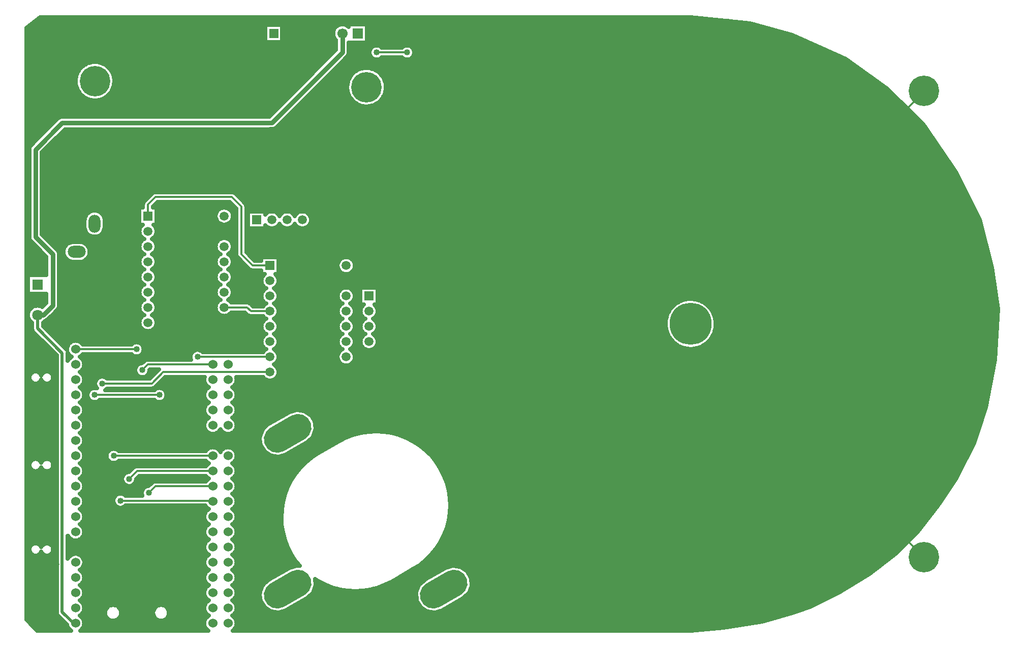
<source format=gbr>
G04 DipTrace 3.3.0.0*
G04 Bottom.gbr*
%MOIN*%
G04 #@! TF.FileFunction,Copper,L2,Bot*
G04 #@! TF.Part,Single*
%AMOUTLINE0*
4,1,16,
0.112483,-0.037345,
0.141382,-0.01053,
0.155785,0.026168,
0.152839,0.06548,
0.133127,0.099622,
0.100554,0.121829,
0.061571,0.127705,
0.0239,0.116085,
-0.112483,0.037345,
-0.141382,0.01053,
-0.155785,-0.026168,
-0.152839,-0.06548,
-0.133127,-0.099622,
-0.100554,-0.121829,
-0.061571,-0.127705,
-0.0239,-0.116085,
0.112483,-0.037345,
0*%
G04 #@! TA.AperFunction,Conductor*
%ADD13C,0.012*%
%ADD14C,0.019685*%
%ADD15C,0.029528*%
G04 #@! TA.AperFunction,CopperBalancing*
%ADD16C,0.025*%
G04 #@! TA.AperFunction,ComponentPad*
%ADD24R,0.059055X0.059055*%
%ADD25C,0.059055*%
%ADD26R,0.066929X0.066929*%
%ADD27C,0.066929*%
%ADD28O,0.07874X0.11811*%
%ADD29O,0.11811X0.07874*%
%ADD34C,0.2*%
%ADD35C,0.275591*%
%ADD36R,0.070866X0.070866*%
%ADD37C,0.070866*%
%ADD39C,0.06*%
%ADD40R,0.059X0.059*%
%ADD41C,0.059*%
G04 #@! TA.AperFunction,ViaPad*
%ADD42C,0.04*%
G04 #@! TA.AperFunction,ComponentPad*
%ADD107OUTLINE0*%
%FSLAX26Y26*%
G04*
G70*
G90*
G75*
G01*
G04 Bottom*
%LPD*%
X1169016Y2294016D2*
D13*
X769016D1*
X1744016Y2569016D2*
X1894016D1*
X1919016Y2544016D1*
X2044016D1*
X6334606Y3992087D2*
Y3984606D1*
X6194016Y3844016D1*
X6334606Y929803D2*
X6333228D1*
X6206516Y1056516D1*
X1569016Y2244016D2*
X2044016D1*
Y2144016D2*
X1344016D1*
X1269016Y2069016D1*
X944016D1*
X519016Y2519016D2*
D15*
X556516D1*
X619016Y2581516D1*
Y2919016D1*
X506516Y3031516D1*
Y3606516D1*
X681516Y3781516D1*
X2056516D1*
X2519016Y4244016D1*
Y4369016D1*
X519016Y2519016D2*
D14*
Y2431516D1*
X681516Y2269016D1*
Y569016D1*
X769016Y481516D1*
Y494016D1*
X894016Y1994016D2*
D13*
X1319016D1*
X1207402Y2157402D2*
X1244016Y2194016D1*
X1669016D1*
X1250709Y1350709D2*
X1294016Y1394016D1*
X1669016D1*
X1019016Y1594016D2*
X1669016D1*
X2744016Y4244016D2*
X2944016D1*
X1120787Y1442244D2*
X1172559Y1494016D1*
X1669016D1*
X1244016Y3169016D2*
Y3244016D1*
X1294016Y3294016D1*
X1794016D1*
X1856516Y3231516D1*
Y2919016D1*
X1931516Y2844016D1*
X2044016D1*
X1063307Y1299528D2*
X1663504D1*
X1669016Y1294016D1*
D42*
X1169016Y2294016D3*
X1569016Y2244016D3*
X944016Y2069016D3*
X894016Y1994016D3*
X1319016D3*
X1207402Y2157402D3*
X1250709Y1350709D3*
X1019016Y1594016D3*
X2744016Y4244016D3*
X2944016D3*
X1120787Y1442244D3*
X1063307Y1299528D3*
X1081516Y906516D3*
X906516Y881516D3*
Y669016D3*
X1481516D3*
Y894016D3*
X2356516Y2544016D3*
Y2594016D3*
Y2494016D3*
X1556516Y2819016D3*
Y2869016D3*
Y2769016D3*
X469016Y2231516D3*
Y1656516D3*
X481516Y1094016D3*
X1056516Y2194016D3*
X6194016Y3844016D3*
X6206516Y1056516D3*
X631516Y1419016D3*
X644016Y881516D3*
X631516Y1981516D3*
X507613Y4451135D2*
D16*
X5049031D1*
X476537Y4426266D2*
X2498706D1*
X2539339D2*
X2556552D1*
X2681477D2*
X5229206D1*
X448404Y4401398D2*
X2010502D1*
X2127533D2*
X2466052D1*
X2681477D2*
X5316225D1*
X448404Y4376529D2*
X2010502D1*
X2127533D2*
X2457045D1*
X2681477D2*
X5403280D1*
X448404Y4351660D2*
X2010502D1*
X2127533D2*
X2459126D1*
X2681477D2*
X5481615D1*
X448404Y4326791D2*
X2010502D1*
X2127533D2*
X2473946D1*
X2681477D2*
X5537595D1*
X448404Y4301923D2*
X2475274D1*
X2562772D2*
X5593538D1*
X448404Y4277054D2*
X2475274D1*
X2562772D2*
X2708808D1*
X2779225D2*
X2908791D1*
X2979244D2*
X5649482D1*
X448404Y4252185D2*
X2466339D1*
X2562772D2*
X2695746D1*
X2992270D2*
X5705461D1*
X448404Y4227316D2*
X2441471D1*
X2559255D2*
X2698115D1*
X2989901D2*
X5761404D1*
X448404Y4202448D2*
X2416603D1*
X2538299D2*
X2720686D1*
X2767348D2*
X2920704D1*
X2967330D2*
X5817348D1*
X448404Y4177579D2*
X861060D1*
X931800D2*
X2391736D1*
X2513431D2*
X5852550D1*
X448404Y4152710D2*
X813047D1*
X979777D2*
X2366868D1*
X2488563D2*
X5887358D1*
X448404Y4127841D2*
X790189D1*
X1002635D2*
X2342000D1*
X2463696D2*
X2615761D1*
X2739178D2*
X5922165D1*
X448404Y4102972D2*
X776696D1*
X1016127D2*
X2317132D1*
X2438828D2*
X2583070D1*
X2771905D2*
X5957009D1*
X448404Y4078104D2*
X769483D1*
X1023376D2*
X2292265D1*
X2413960D2*
X2564733D1*
X2790206D2*
X5991817D1*
X448404Y4053235D2*
X767438D1*
X1025386D2*
X2267397D1*
X2389092D2*
X2554076D1*
X2800899D2*
X6026624D1*
X448404Y4028366D2*
X770345D1*
X1022479D2*
X2242529D1*
X2364225D2*
X2549088D1*
X2805887D2*
X6061432D1*
X448404Y4003497D2*
X778562D1*
X1014262D2*
X2217661D1*
X2339357D2*
X2549124D1*
X2805851D2*
X6095055D1*
X448404Y3978629D2*
X793418D1*
X999405D2*
X2192794D1*
X2314489D2*
X2554147D1*
X2800792D2*
X6119923D1*
X448404Y3953760D2*
X818681D1*
X974179D2*
X2167926D1*
X2289621D2*
X2564913D1*
X2790062D2*
X6144791D1*
X448404Y3928891D2*
X2143058D1*
X2264754D2*
X2583321D1*
X2771654D2*
X6169659D1*
X448404Y3904022D2*
X2118191D1*
X2239850D2*
X2616263D1*
X2738676D2*
X6194526D1*
X448404Y3879154D2*
X2093323D1*
X2214982D2*
X6219394D1*
X448404Y3854285D2*
X2068455D1*
X2190115D2*
X6244262D1*
X448404Y3829416D2*
X2043587D1*
X2165247D2*
X6269130D1*
X448404Y3804547D2*
X643709D1*
X2140379D2*
X6293997D1*
X448404Y3779678D2*
X618842D1*
X2115511D2*
X6318901D1*
X448404Y3754810D2*
X593974D1*
X2090644D2*
X6338422D1*
X448404Y3729941D2*
X569106D1*
X690801D2*
X6355539D1*
X448404Y3705072D2*
X544238D1*
X665934D2*
X6372620D1*
X448404Y3680203D2*
X519371D1*
X641066D2*
X6389736D1*
X448404Y3655335D2*
X494503D1*
X616162D2*
X6406817D1*
X448404Y3630466D2*
X470425D1*
X591295D2*
X6423934D1*
X448404Y3605597D2*
X462745D1*
X566427D2*
X6441015D1*
X448404Y3580728D2*
X462745D1*
X550279D2*
X6458132D1*
X448404Y3555860D2*
X462745D1*
X550279D2*
X6475213D1*
X448404Y3530991D2*
X462745D1*
X550279D2*
X6492329D1*
X448404Y3506122D2*
X462745D1*
X550279D2*
X6509410D1*
X448404Y3481253D2*
X462745D1*
X550279D2*
X6526491D1*
X448404Y3456385D2*
X462745D1*
X550279D2*
X6543213D1*
X448404Y3431516D2*
X462745D1*
X550279D2*
X6555629D1*
X448404Y3406647D2*
X462745D1*
X550279D2*
X6568081D1*
X448404Y3381778D2*
X462745D1*
X550279D2*
X6580497D1*
X448404Y3356909D2*
X462745D1*
X550279D2*
X6592949D1*
X448404Y3332041D2*
X462745D1*
X550279D2*
X6605364D1*
X448404Y3307172D2*
X462745D1*
X550279D2*
X1258728D1*
X1829299D2*
X6617816D1*
X448404Y3282303D2*
X462745D1*
X550279D2*
X1233861D1*
X1854167D2*
X6630232D1*
X448404Y3257434D2*
X462745D1*
X550279D2*
X1211935D1*
X1305892D2*
X1782135D1*
X1879035D2*
X6642684D1*
X448404Y3232566D2*
X462745D1*
X550279D2*
X1209029D1*
X1281025D2*
X1807003D1*
X1891486D2*
X6655100D1*
X448404Y3207697D2*
X462745D1*
X550279D2*
X1185525D1*
X1302519D2*
X1701037D1*
X1786992D2*
X1821536D1*
X1891522D2*
X6667552D1*
X448404Y3182828D2*
X462745D1*
X550279D2*
X842615D1*
X945400D2*
X1185525D1*
X1302519D2*
X1687257D1*
X1800771D2*
X1821536D1*
X2099399D2*
X2113633D1*
X2199409D2*
X2213607D1*
X2299418D2*
X6679968D1*
X448404Y3157959D2*
X462745D1*
X550279D2*
X828549D1*
X959502D2*
X1185525D1*
X1302519D2*
X1686611D1*
X1801417D2*
X1821536D1*
X2313269D2*
X6692420D1*
X448404Y3133091D2*
X462745D1*
X550279D2*
X825642D1*
X962373D2*
X1185525D1*
X1302519D2*
X1698561D1*
X1789468D2*
X1821536D1*
X2313951D2*
X6701749D1*
X448404Y3108222D2*
X462745D1*
X550279D2*
X825642D1*
X962373D2*
X1201529D1*
X1286479D2*
X1821536D1*
X2302109D2*
X6707957D1*
X448404Y3083353D2*
X462745D1*
X550279D2*
X827616D1*
X960399D2*
X1187391D1*
X1300653D2*
X1821536D1*
X1891522D2*
X6714165D1*
X448404Y3058484D2*
X462745D1*
X550279D2*
X839852D1*
X948199D2*
X1186529D1*
X1301514D2*
X1821536D1*
X1891522D2*
X6720373D1*
X448404Y3033615D2*
X462745D1*
X565279D2*
X887112D1*
X900913D2*
X1198120D1*
X1289888D2*
X1821536D1*
X1891522D2*
X6726617D1*
X448404Y3008747D2*
X469599D1*
X590146D2*
X1202067D1*
X1285977D2*
X1702077D1*
X1785987D2*
X1821536D1*
X1891522D2*
X6732825D1*
X448404Y2983878D2*
X493319D1*
X615014D2*
X710741D1*
X841084D2*
X1187534D1*
X1300510D2*
X1687544D1*
X1800484D2*
X1821536D1*
X1891522D2*
X6739033D1*
X448404Y2959009D2*
X518186D1*
X639882D2*
X692799D1*
X859027D2*
X1186422D1*
X1301622D2*
X1686432D1*
X1801596D2*
X1821536D1*
X1891522D2*
X6745241D1*
X448404Y2934140D2*
X543054D1*
X659905D2*
X687847D1*
X863943D2*
X1197725D1*
X1290319D2*
X1697700D1*
X1790329D2*
X1821536D1*
X1891522D2*
X6751485D1*
X448404Y2909272D2*
X567922D1*
X662776D2*
X692655D1*
X859134D2*
X1202605D1*
X1285438D2*
X1702616D1*
X1785449D2*
X1823007D1*
X1914703D2*
X6757693D1*
X448404Y2884403D2*
X575242D1*
X662776D2*
X710346D1*
X841443D2*
X1187678D1*
X1300366D2*
X1687688D1*
X1800340D2*
X1842672D1*
X1939571D2*
X1985527D1*
X2102521D2*
X2502725D1*
X2585307D2*
X6763901D1*
X448404Y2859534D2*
X575242D1*
X662776D2*
X1186350D1*
X1301694D2*
X1686324D1*
X1801704D2*
X1867539D1*
X2102521D2*
X2487726D1*
X2600307D2*
X6770109D1*
X448404Y2834665D2*
X575242D1*
X662776D2*
X1197295D1*
X1290749D2*
X1697305D1*
X1790724D2*
X1892407D1*
X2102521D2*
X2486326D1*
X2601706D2*
X6776353D1*
X448404Y2809797D2*
X575242D1*
X662776D2*
X1203144D1*
X1284900D2*
X1703154D1*
X1784874D2*
X1985527D1*
X2102521D2*
X2497199D1*
X2590833D2*
X6780120D1*
X448404Y2784928D2*
X575242D1*
X662776D2*
X1187821D1*
X1300187D2*
X1687831D1*
X1800197D2*
X2003289D1*
X2084759D2*
X6783673D1*
X662776Y2760059D2*
X1186242D1*
X1301801D2*
X1686253D1*
X1801776D2*
X1987859D1*
X2100153D2*
X6787226D1*
X662776Y2735190D2*
X1196900D1*
X1291144D2*
X1696910D1*
X1791118D2*
X1986208D1*
X2101804D2*
X6790778D1*
X662776Y2710322D2*
X1203718D1*
X1284326D2*
X1703728D1*
X1784300D2*
X1996794D1*
X2091218D2*
X6794331D1*
X662776Y2685453D2*
X1188001D1*
X1300043D2*
X1687975D1*
X1800053D2*
X2003863D1*
X2084184D2*
X2503874D1*
X2584159D2*
X2635497D1*
X2752527D2*
X6797883D1*
X662776Y2660584D2*
X1186171D1*
X1301873D2*
X1686145D1*
X1801884D2*
X1988039D1*
X2100009D2*
X2488049D1*
X2599984D2*
X2635497D1*
X2752527D2*
X6801436D1*
X448404Y2635715D2*
X575242D1*
X662776D2*
X1196505D1*
X1291539D2*
X1696515D1*
X1791513D2*
X1986137D1*
X2101875D2*
X2486147D1*
X2601886D2*
X2635497D1*
X2752527D2*
X6804988D1*
X448404Y2610846D2*
X575242D1*
X662776D2*
X1204292D1*
X1283752D2*
X1704302D1*
X1783726D2*
X1996400D1*
X2091612D2*
X2496410D1*
X2591623D2*
X2635497D1*
X2752527D2*
X4733717D1*
X4873211D2*
X6808541D1*
X448404Y2585978D2*
X562647D1*
X662776D2*
X1188144D1*
X1299864D2*
X1688154D1*
X1925505D2*
X2004438D1*
X2083574D2*
X2504448D1*
X2583585D2*
X2654408D1*
X2733616D2*
X4694388D1*
X4912540D2*
X6812093D1*
X448404Y2561109D2*
X471106D1*
X657357D2*
X1186099D1*
X1301945D2*
X1686073D1*
X2099830D2*
X2488192D1*
X2599840D2*
X2638152D1*
X2749872D2*
X4670740D1*
X4936188D2*
X6815646D1*
X634571Y2536240D2*
X1196110D1*
X1291897D2*
X1696121D1*
X1791908D2*
X1878341D1*
X2101983D2*
X2486075D1*
X2601957D2*
X2636035D1*
X2751989D2*
X4654951D1*
X4951977D2*
X6814641D1*
X609703Y2511371D2*
X1204902D1*
X1283142D2*
X1996041D1*
X2092007D2*
X2496015D1*
X2592017D2*
X2645975D1*
X2742049D2*
X4644617D1*
X4962311D2*
X6813170D1*
X448404Y2486503D2*
X463822D1*
X584405D2*
X1188324D1*
X1299720D2*
X2005048D1*
X2083000D2*
X2505058D1*
X2582975D2*
X2655018D1*
X2733042D2*
X4638660D1*
X4968268D2*
X6811699D1*
X448404Y2461634D2*
X480185D1*
X557851D2*
X1186027D1*
X1302017D2*
X1988362D1*
X2099650D2*
X2488372D1*
X2599661D2*
X2638332D1*
X2749693D2*
X4636686D1*
X4970242D2*
X6810263D1*
X448404Y2436765D2*
X480185D1*
X567647D2*
X1195752D1*
X1292292D2*
X1985993D1*
X2102019D2*
X2486003D1*
X2602029D2*
X2635963D1*
X2752061D2*
X4638480D1*
X4968448D2*
X6808792D1*
X448404Y2411896D2*
X485927D1*
X592515D2*
X1995646D1*
X2092366D2*
X2495656D1*
X2592376D2*
X2645616D1*
X2742408D2*
X4644186D1*
X4962742D2*
X6807321D1*
X448404Y2387028D2*
X509610D1*
X617382D2*
X2005658D1*
X2082354D2*
X2505668D1*
X2582365D2*
X2655628D1*
X2732396D2*
X4654234D1*
X4952694D2*
X6805849D1*
X448404Y2362159D2*
X534478D1*
X642250D2*
X1988541D1*
X2099471D2*
X2488551D1*
X2599481D2*
X2638511D1*
X2749513D2*
X4669700D1*
X4937228D2*
X6804414D1*
X448404Y2337290D2*
X559346D1*
X667118D2*
X730190D1*
X807820D2*
X1149533D1*
X1188515D2*
X1985921D1*
X2102091D2*
X2485932D1*
X2602101D2*
X2635892D1*
X2752133D2*
X4692809D1*
X4914119D2*
X6802943D1*
X448404Y2312421D2*
X584213D1*
X691986D2*
X713109D1*
X1214208D2*
X1995287D1*
X2092725D2*
X2495297D1*
X2592735D2*
X2645257D1*
X2742767D2*
X4730739D1*
X4876189D2*
X6801472D1*
X448404Y2287552D2*
X609081D1*
X1217545D2*
X1550216D1*
X1587834D2*
X2006304D1*
X2081708D2*
X2506314D1*
X2581719D2*
X6800000D1*
X448404Y2262684D2*
X633949D1*
X1205847D2*
X1523948D1*
X2099292D2*
X2488731D1*
X2599302D2*
X6798565D1*
X448404Y2237815D2*
X642669D1*
X807210D2*
X1520432D1*
X2102162D2*
X2485860D1*
X2602173D2*
X6797094D1*
X448404Y2212946D2*
X642669D1*
X824757D2*
X1214483D1*
X2093084D2*
X2494939D1*
X2593094D2*
X6793900D1*
X448404Y2188077D2*
X642669D1*
X827700D2*
X1169951D1*
X2081062D2*
X6789235D1*
X448404Y2163209D2*
X642669D1*
X818872D2*
X1158791D1*
X2099112D2*
X6784570D1*
X448404Y2138340D2*
X476991D1*
X536248D2*
X551774D1*
X611067D2*
X642669D1*
X806528D2*
X1162487D1*
X1252317D2*
X1289876D1*
X2102234D2*
X6779941D1*
X448404Y2113471D2*
X464145D1*
X623877D2*
X642669D1*
X824542D2*
X927912D1*
X960112D2*
X1189687D1*
X1225117D2*
X1265008D1*
X2093443D2*
X6775276D1*
X448404Y2088602D2*
X469133D1*
X618890D2*
X642669D1*
X827736D2*
X899348D1*
X1337040D2*
X1610286D1*
X1827756D2*
X2033504D1*
X2054528D2*
X6770611D1*
X448404Y2063734D2*
X642669D1*
X819195D2*
X895329D1*
X1312172D2*
X1618826D1*
X1819216D2*
X6765946D1*
X448404Y2038865D2*
X642669D1*
X805882D2*
X879253D1*
X1283644D2*
X1304265D1*
X1333774D2*
X1632175D1*
X1805867D2*
X6761281D1*
X448404Y2013996D2*
X642669D1*
X824362D2*
X849541D1*
X1363486D2*
X1613659D1*
X1824347D2*
X6756616D1*
X448404Y1989127D2*
X642669D1*
X827807D2*
X845271D1*
X1367757D2*
X1610250D1*
X1827792D2*
X6751951D1*
X448404Y1964259D2*
X642669D1*
X819518D2*
X855785D1*
X1357243D2*
X1618503D1*
X1819539D2*
X6747286D1*
X448404Y1939390D2*
X642669D1*
X805164D2*
X1632857D1*
X1805185D2*
X6742621D1*
X448404Y1914521D2*
X642669D1*
X824147D2*
X1613874D1*
X1824168D2*
X6737957D1*
X448404Y1889652D2*
X642669D1*
X827843D2*
X1610178D1*
X1827828D2*
X2193117D1*
X2271320D2*
X6729918D1*
X448404Y1864783D2*
X642669D1*
X819841D2*
X1618180D1*
X1819861D2*
X2139936D1*
X2310004D2*
X6721629D1*
X448404Y1839915D2*
X642669D1*
X804447D2*
X1633575D1*
X1804467D2*
X2096839D1*
X2328125D2*
X6713340D1*
X448404Y1815046D2*
X642669D1*
X823932D2*
X1614089D1*
X1823952D2*
X2053778D1*
X2341510D2*
X6705051D1*
X448404Y1790177D2*
X642669D1*
X827879D2*
X1610142D1*
X1827864D2*
X2017930D1*
X2343914D2*
X6696762D1*
X448404Y1765308D2*
X642669D1*
X820164D2*
X1617857D1*
X1820184D2*
X1993349D1*
X2345242D2*
X6688472D1*
X448404Y1740440D2*
X642669D1*
X803693D2*
X1648610D1*
X1689422D2*
X1748583D1*
X1789432D2*
X1983410D1*
X2336343D2*
X2621394D1*
X2859965D2*
X6680183D1*
X448404Y1715571D2*
X642669D1*
X823716D2*
X1975910D1*
X2325398D2*
X2546612D1*
X2934783D2*
X6671894D1*
X448404Y1690702D2*
X642669D1*
X827915D2*
X1977740D1*
X2299095D2*
X2496374D1*
X2984985D2*
X6663605D1*
X448404Y1665833D2*
X642669D1*
X820487D2*
X1981292D1*
X2260627D2*
X2453277D1*
X3023489D2*
X6653198D1*
X448404Y1640965D2*
X642669D1*
X802940D2*
X1635082D1*
X1702951D2*
X1735091D1*
X1802924D2*
X1995538D1*
X2217566D2*
X2410216D1*
X3055175D2*
X6640782D1*
X448404Y1616096D2*
X642669D1*
X823501D2*
X975602D1*
X1823522D2*
X2017212D1*
X2174469D2*
X2367119D1*
X3082482D2*
X6628330D1*
X448404Y1591227D2*
X642669D1*
X827951D2*
X970112D1*
X1827935D2*
X2074807D1*
X2115260D2*
X2327862D1*
X3106668D2*
X6615914D1*
X448404Y1566358D2*
X480723D1*
X532516D2*
X555506D1*
X607335D2*
X642669D1*
X820774D2*
X979155D1*
X1820759D2*
X2294920D1*
X3126799D2*
X6603463D1*
X448404Y1541490D2*
X464611D1*
X623411D2*
X642669D1*
X802150D2*
X1635907D1*
X1802135D2*
X2266643D1*
X3144742D2*
X6591047D1*
X448404Y1516621D2*
X467590D1*
X620433D2*
X642669D1*
X823286D2*
X1146698D1*
X1823270D2*
X2241812D1*
X3160889D2*
X6578595D1*
X448404Y1491752D2*
X642669D1*
X827951D2*
X1121830D1*
X1827971D2*
X2221537D1*
X3174131D2*
X6566179D1*
X448404Y1466883D2*
X642669D1*
X821061D2*
X1078877D1*
X1821082D2*
X2202949D1*
X3186690D2*
X6553727D1*
X448404Y1442014D2*
X642669D1*
X801289D2*
X1071808D1*
X1169784D2*
X1636732D1*
X1801309D2*
X2186801D1*
X3196271D2*
X6541024D1*
X448404Y1417146D2*
X642669D1*
X823071D2*
X1079164D1*
X1162427D2*
X1268704D1*
X1823055D2*
X2172986D1*
X3205493D2*
X6524446D1*
X448404Y1392277D2*
X642669D1*
X827987D2*
X1227401D1*
X1827971D2*
X2160319D1*
X3212168D2*
X6507867D1*
X448404Y1367408D2*
X642669D1*
X821348D2*
X1204830D1*
X1821333D2*
X2150307D1*
X3218448D2*
X6491289D1*
X448404Y1342539D2*
X642669D1*
X800428D2*
X1043172D1*
X1083446D2*
X1202426D1*
X1800448D2*
X2140762D1*
X3222359D2*
X6474710D1*
X448404Y1317671D2*
X642669D1*
X822819D2*
X1018017D1*
X1822804D2*
X2133944D1*
X3225983D2*
X6458132D1*
X448404Y1292802D2*
X642669D1*
X827987D2*
X1014788D1*
X1828007D2*
X2127305D1*
X3227275D2*
X6441553D1*
X448404Y1267933D2*
X642669D1*
X821635D2*
X1026701D1*
X1821620D2*
X2123286D1*
X3228388D2*
X6424975D1*
X448404Y1243064D2*
X642669D1*
X799531D2*
X1638491D1*
X1799551D2*
X2119339D1*
X3227060D2*
X6405705D1*
X448404Y1218196D2*
X642669D1*
X822568D2*
X1615453D1*
X1822589D2*
X2117903D1*
X3225660D2*
X6386363D1*
X448404Y1193327D2*
X642669D1*
X827987D2*
X1610035D1*
X1828007D2*
X2116612D1*
X3221713D2*
X6367022D1*
X448404Y1168458D2*
X642669D1*
X821886D2*
X1616135D1*
X1821907D2*
X2117688D1*
X3217694D2*
X6347680D1*
X448404Y1143589D2*
X642669D1*
X798598D2*
X1639424D1*
X1798618D2*
X2119016D1*
X3211056D2*
X6328339D1*
X448404Y1118720D2*
X642669D1*
X822317D2*
X1615704D1*
X1822337D2*
X2122604D1*
X3204238D2*
X6308997D1*
X448404Y1093852D2*
X642669D1*
X828023D2*
X1610035D1*
X1828007D2*
X2126552D1*
X3194692D2*
X6289655D1*
X448404Y1068983D2*
X642669D1*
X822173D2*
X1615884D1*
X1822158D2*
X2132831D1*
X3184681D2*
X6265326D1*
X448404Y1044114D2*
X642669D1*
X720334D2*
X740022D1*
X797988D2*
X1640034D1*
X1798008D2*
X2139506D1*
X3172014D2*
X6240458D1*
X448404Y1019245D2*
X497948D1*
X515292D2*
X572766D1*
X590108D2*
X642669D1*
X720334D2*
X1615955D1*
X1822050D2*
X2148728D1*
X3158198D2*
X6215590D1*
X448404Y994377D2*
X466728D1*
X621330D2*
X642669D1*
X720334D2*
X1610035D1*
X1828007D2*
X2158273D1*
X3142050D2*
X6190723D1*
X448404Y969508D2*
X465078D1*
X622944D2*
X642669D1*
X720334D2*
X1615632D1*
X1822409D2*
X2170868D1*
X3123462D2*
X6165855D1*
X448404Y944639D2*
X483881D1*
X529358D2*
X558664D1*
X604177D2*
X642669D1*
X720334D2*
X741458D1*
X796588D2*
X1639065D1*
X1798977D2*
X2184110D1*
X3103188D2*
X6138152D1*
X448404Y919770D2*
X642669D1*
X821779D2*
X1616243D1*
X1821799D2*
X2200258D1*
X3078320D2*
X6106180D1*
X448404Y894902D2*
X642669D1*
X827987D2*
X1610035D1*
X1828007D2*
X2218164D1*
X3050079D2*
X6074207D1*
X448404Y870033D2*
X642669D1*
X822676D2*
X1615381D1*
X1822660D2*
X2206071D1*
X3017101D2*
X3229703D1*
X3270157D2*
X6042234D1*
X448404Y845164D2*
X642669D1*
X799889D2*
X1638132D1*
X1799874D2*
X2146862D1*
X2977844D2*
X3170494D1*
X3327751D2*
X6010261D1*
X448404Y820295D2*
X642669D1*
X821528D2*
X1616494D1*
X1821512D2*
X2103765D1*
X2934783D2*
X3127397D1*
X3349425D2*
X5978288D1*
X448404Y795427D2*
X642669D1*
X827987D2*
X1610035D1*
X1828007D2*
X2060704D1*
X2891722D2*
X3084336D1*
X3363671D2*
X5937811D1*
X448404Y770558D2*
X642669D1*
X822891D2*
X1615130D1*
X1822912D2*
X2022236D1*
X2343591D2*
X2359978D1*
X2848625D2*
X3045868D1*
X3367223D2*
X5896365D1*
X448404Y745689D2*
X642669D1*
X800786D2*
X1637271D1*
X1800771D2*
X1995933D1*
X2345421D2*
X2410216D1*
X2798387D2*
X3019565D1*
X3369054D2*
X5854918D1*
X448404Y720820D2*
X642669D1*
X821240D2*
X1616781D1*
X1821261D2*
X1984988D1*
X2337921D2*
X2484999D1*
X2723605D2*
X3008585D1*
X3361554D2*
X5813472D1*
X448404Y695951D2*
X642669D1*
X827987D2*
X1610070D1*
X1827971D2*
X1976089D1*
X2327982D2*
X2999721D1*
X3351614D2*
X5770591D1*
X448404Y671083D2*
X642669D1*
X823142D2*
X1614879D1*
X1823127D2*
X1977417D1*
X2303401D2*
X3001049D1*
X3327033D2*
X5720855D1*
X448404Y646214D2*
X642669D1*
X801612D2*
X1636409D1*
X1801632D2*
X1979821D1*
X2267553D2*
X3003453D1*
X3291185D2*
X5671120D1*
X448404Y621345D2*
X642669D1*
X820953D2*
X1617068D1*
X1820974D2*
X1993206D1*
X2224492D2*
X3016838D1*
X3248124D2*
X5621384D1*
X448404Y596476D2*
X642669D1*
X827951D2*
X972660D1*
X1057107D2*
X1287615D1*
X1372063D2*
X1610070D1*
X1827971D2*
X2011327D1*
X2181431D2*
X3034960D1*
X3205027D2*
X5565656D1*
X448404Y571608D2*
X642669D1*
X823358D2*
X961105D1*
X1068662D2*
X1276060D1*
X1383617D2*
X1614664D1*
X1823378D2*
X2050011D1*
X2128250D2*
X3073643D1*
X3151847D2*
X5491053D1*
X448404Y546739D2*
X650312D1*
X802437D2*
X962971D1*
X1066796D2*
X1277926D1*
X1381751D2*
X1635584D1*
X1802422D2*
X5410888D1*
X448404Y521870D2*
X674785D1*
X820666D2*
X980447D1*
X1049320D2*
X1295402D1*
X1364276D2*
X1617355D1*
X1820651D2*
X5327995D1*
X468678Y497001D2*
X699653D1*
X827915D2*
X1610106D1*
X1827935D2*
X5220845D1*
X493546Y472133D2*
X714437D1*
X823609D2*
X1614448D1*
X1823593D2*
X5059187D1*
X518414Y447264D2*
X734819D1*
X803227D2*
X1634795D1*
X1803211D2*
X4815569D1*
X2022182Y4425035D2*
X2125035D1*
Y4312996D1*
X2012996D1*
Y4425035D1*
X2022182D1*
X2647182Y2700035D2*
X2750035D1*
Y2587996D1*
X2728684D1*
X2733628Y2583628D1*
X2739337Y2576943D1*
X2743930Y2569448D1*
X2747294Y2561327D1*
X2749346Y2552779D1*
X2750035Y2544016D1*
X2749346Y2535252D1*
X2747294Y2526705D1*
X2743930Y2518583D1*
X2739337Y2511088D1*
X2733628Y2504404D1*
X2726943Y2498695D1*
X2719277Y2494023D1*
X2726943Y2489337D1*
X2733628Y2483628D1*
X2739337Y2476943D1*
X2743930Y2469448D1*
X2747294Y2461327D1*
X2749346Y2452779D1*
X2750035Y2444016D1*
X2749346Y2435252D1*
X2747294Y2426705D1*
X2743930Y2418583D1*
X2739337Y2411088D1*
X2733628Y2404404D1*
X2726943Y2398695D1*
X2719277Y2394023D1*
X2726943Y2389337D1*
X2733628Y2383628D1*
X2739337Y2376943D1*
X2743930Y2369448D1*
X2747294Y2361327D1*
X2749346Y2352779D1*
X2750035Y2344016D1*
X2749346Y2335252D1*
X2747294Y2326705D1*
X2743930Y2318583D1*
X2739337Y2311088D1*
X2733628Y2304404D1*
X2726943Y2298695D1*
X2719448Y2294102D1*
X2711327Y2290738D1*
X2702779Y2288686D1*
X2694016Y2287996D1*
X2685252Y2288686D1*
X2676705Y2290738D1*
X2668583Y2294102D1*
X2661088Y2298695D1*
X2654404Y2304404D1*
X2648695Y2311088D1*
X2644102Y2318583D1*
X2640738Y2326705D1*
X2638686Y2335252D1*
X2637996Y2344016D1*
X2638686Y2352779D1*
X2640738Y2361327D1*
X2644102Y2369448D1*
X2648695Y2376943D1*
X2654404Y2383628D1*
X2661088Y2389337D1*
X2668755Y2394009D1*
X2661088Y2398695D1*
X2654404Y2404404D1*
X2648695Y2411088D1*
X2644102Y2418583D1*
X2640738Y2426705D1*
X2638686Y2435252D1*
X2637996Y2444016D1*
X2638686Y2452779D1*
X2640738Y2461327D1*
X2644102Y2469448D1*
X2648695Y2476943D1*
X2654404Y2483628D1*
X2661088Y2489337D1*
X2668755Y2494009D1*
X2661088Y2498695D1*
X2654404Y2504404D1*
X2648695Y2511088D1*
X2644102Y2518583D1*
X2640738Y2526705D1*
X2638686Y2535252D1*
X2637996Y2544016D1*
X2638686Y2552779D1*
X2640738Y2561327D1*
X2644102Y2569448D1*
X2648695Y2576943D1*
X2654404Y2583628D1*
X2659375Y2587986D1*
X2637996Y2587996D1*
Y2700035D1*
X2647182D1*
X1909682Y3200035D2*
X2012535D1*
Y3178684D1*
X2016904Y3183628D1*
X2023588Y3189337D1*
X2031083Y3193930D1*
X2039205Y3197294D1*
X2047752Y3199346D1*
X2056516Y3200035D1*
X2065279Y3199346D1*
X2073827Y3197294D1*
X2081948Y3193930D1*
X2089443Y3189337D1*
X2096128Y3183628D1*
X2101837Y3176943D1*
X2106509Y3169277D1*
X2111195Y3176943D1*
X2116904Y3183628D1*
X2123588Y3189337D1*
X2131083Y3193930D1*
X2139205Y3197294D1*
X2147752Y3199346D1*
X2156516Y3200035D1*
X2165279Y3199346D1*
X2173827Y3197294D1*
X2181948Y3193930D1*
X2189443Y3189337D1*
X2196128Y3183628D1*
X2201837Y3176943D1*
X2206509Y3169277D1*
X2211195Y3176943D1*
X2216904Y3183628D1*
X2223588Y3189337D1*
X2231083Y3193930D1*
X2239205Y3197294D1*
X2247752Y3199346D1*
X2256516Y3200035D1*
X2265279Y3199346D1*
X2273827Y3197294D1*
X2281948Y3193930D1*
X2289443Y3189337D1*
X2296128Y3183628D1*
X2301837Y3176943D1*
X2306430Y3169448D1*
X2309794Y3161327D1*
X2311846Y3152779D1*
X2312535Y3144016D1*
X2311846Y3135252D1*
X2309794Y3126705D1*
X2306430Y3118583D1*
X2301837Y3111088D1*
X2296128Y3104404D1*
X2289443Y3098695D1*
X2281948Y3094102D1*
X2273827Y3090738D1*
X2265279Y3088686D1*
X2256516Y3087996D1*
X2247752Y3088686D1*
X2239205Y3090738D1*
X2231083Y3094102D1*
X2223588Y3098695D1*
X2216904Y3104404D1*
X2211195Y3111088D1*
X2206523Y3118755D1*
X2201837Y3111088D1*
X2196128Y3104404D1*
X2189443Y3098695D1*
X2181948Y3094102D1*
X2173827Y3090738D1*
X2165279Y3088686D1*
X2156516Y3087996D1*
X2147752Y3088686D1*
X2139205Y3090738D1*
X2131083Y3094102D1*
X2123588Y3098695D1*
X2116904Y3104404D1*
X2111195Y3111088D1*
X2106523Y3118755D1*
X2101837Y3111088D1*
X2096128Y3104404D1*
X2089443Y3098695D1*
X2081948Y3094102D1*
X2073827Y3090738D1*
X2065279Y3088686D1*
X2056516Y3087996D1*
X2047752Y3088686D1*
X2039205Y3090738D1*
X2031083Y3094102D1*
X2023588Y3098695D1*
X2016904Y3104404D1*
X2012546Y3109375D1*
X2012535Y3087996D1*
X1900496D1*
Y3200035D1*
X1909682D1*
X2568245Y4428972D2*
X2678973D1*
Y4309059D1*
X2560303D1*
X2560145Y4240779D1*
X2559132Y4234385D1*
X2557131Y4228228D1*
X2554192Y4222460D1*
X2550387Y4217222D1*
X2522205Y4188860D1*
X2083309Y3750144D1*
X2078072Y3746339D1*
X2072304Y3743400D1*
X2066147Y3741400D1*
X2059753Y3740387D1*
X2019770Y3740260D1*
X698622D1*
X547762Y3589417D1*
X547772Y3048624D1*
X650387Y2945809D1*
X654192Y2940572D1*
X657131Y2934804D1*
X659132Y2928647D1*
X660145Y2922253D1*
X660272Y2882270D1*
X660145Y2578279D1*
X659132Y2571885D1*
X657131Y2565728D1*
X654192Y2559960D1*
X650387Y2554722D1*
X622205Y2526360D1*
X583309Y2487644D1*
X578072Y2483839D1*
X572304Y2480900D1*
X566104Y2478799D1*
X559233Y2471927D1*
X555336Y2468864D1*
X555350Y2446566D1*
X709145Y2292613D1*
X712502Y2287991D1*
X712524Y2294016D1*
X713219Y2302853D1*
X715289Y2311473D1*
X718681Y2319663D1*
X723313Y2327221D1*
X729070Y2333962D1*
X735811Y2339719D1*
X743369Y2344351D1*
X751559Y2347743D1*
X760178Y2349812D1*
X769016Y2350508D1*
X777853Y2349812D1*
X786473Y2347743D1*
X794663Y2344351D1*
X802221Y2339719D1*
X808962Y2333962D1*
X814719Y2327221D1*
X815191Y2326515D1*
X1135788Y2326508D1*
X1141688Y2331629D1*
X1147909Y2335441D1*
X1154649Y2338232D1*
X1161743Y2339935D1*
X1169016Y2340508D1*
X1176289Y2339935D1*
X1183383Y2338232D1*
X1190123Y2335441D1*
X1196343Y2331629D1*
X1201891Y2326891D1*
X1206629Y2321343D1*
X1210441Y2315123D1*
X1213232Y2308383D1*
X1214935Y2301289D1*
X1215508Y2294016D1*
X1214935Y2286743D1*
X1213232Y2279649D1*
X1210441Y2272909D1*
X1206629Y2266688D1*
X1201891Y2261141D1*
X1196343Y2256403D1*
X1190123Y2252591D1*
X1183383Y2249799D1*
X1176289Y2248096D1*
X1169016Y2247524D1*
X1161743Y2248096D1*
X1154649Y2249799D1*
X1147909Y2252591D1*
X1141688Y2256403D1*
X1135783Y2261528D1*
X815234Y2261524D1*
X811973Y2257327D1*
X805704Y2251059D1*
X798533Y2245848D1*
X795282Y2244028D1*
X802221Y2239719D1*
X808962Y2233962D1*
X814719Y2227221D1*
X819351Y2219663D1*
X822743Y2211473D1*
X824812Y2202853D1*
X825508Y2194016D1*
X824812Y2185178D1*
X822743Y2176559D1*
X819351Y2168369D1*
X814719Y2160811D1*
X808962Y2154070D1*
X802221Y2148313D1*
X795282Y2144028D1*
X802221Y2139719D1*
X808962Y2133962D1*
X814719Y2127221D1*
X819351Y2119663D1*
X822743Y2111473D1*
X824812Y2102853D1*
X825508Y2094016D1*
X824812Y2085178D1*
X822743Y2076559D1*
X819351Y2068369D1*
X814719Y2060811D1*
X808962Y2054070D1*
X802221Y2048313D1*
X795282Y2044028D1*
X802221Y2039719D1*
X808962Y2033962D1*
X814719Y2027221D1*
X819351Y2019663D1*
X822743Y2011473D1*
X824812Y2002853D1*
X825508Y1994016D1*
X824812Y1985178D1*
X822743Y1976559D1*
X819351Y1968369D1*
X814719Y1960811D1*
X808962Y1954070D1*
X802221Y1948313D1*
X795282Y1944028D1*
X802221Y1939719D1*
X808962Y1933962D1*
X814719Y1927221D1*
X819351Y1919663D1*
X822743Y1911473D1*
X824812Y1902853D1*
X825508Y1894016D1*
X824812Y1885178D1*
X822743Y1876559D1*
X819351Y1868369D1*
X814719Y1860811D1*
X808962Y1854070D1*
X802221Y1848313D1*
X795282Y1844028D1*
X802221Y1839719D1*
X808962Y1833962D1*
X814719Y1827221D1*
X819351Y1819663D1*
X822743Y1811473D1*
X824812Y1802853D1*
X825508Y1794016D1*
X824812Y1785178D1*
X822743Y1776559D1*
X819351Y1768369D1*
X814719Y1760811D1*
X808962Y1754070D1*
X802221Y1748313D1*
X795282Y1744028D1*
X802221Y1739719D1*
X808962Y1733962D1*
X814719Y1727221D1*
X819351Y1719663D1*
X822743Y1711473D1*
X824812Y1702853D1*
X825508Y1694016D1*
X824812Y1685178D1*
X822743Y1676559D1*
X819351Y1668369D1*
X814719Y1660811D1*
X808962Y1654070D1*
X802221Y1648313D1*
X795282Y1644028D1*
X802221Y1639719D1*
X808962Y1633962D1*
X814719Y1627221D1*
X819351Y1619663D1*
X822743Y1611473D1*
X824812Y1602853D1*
X825508Y1594016D1*
X824812Y1585178D1*
X822743Y1576559D1*
X819351Y1568369D1*
X814719Y1560811D1*
X808962Y1554070D1*
X802221Y1548313D1*
X795282Y1544028D1*
X802221Y1539719D1*
X808962Y1533962D1*
X814719Y1527221D1*
X819351Y1519663D1*
X822743Y1511473D1*
X824812Y1502853D1*
X825508Y1494016D1*
X824812Y1485178D1*
X822743Y1476559D1*
X819351Y1468369D1*
X814719Y1460811D1*
X808962Y1454070D1*
X802221Y1448313D1*
X795282Y1444028D1*
X802221Y1439719D1*
X808962Y1433962D1*
X814719Y1427221D1*
X819351Y1419663D1*
X822743Y1411473D1*
X824812Y1402853D1*
X825508Y1394016D1*
X824812Y1385178D1*
X822743Y1376559D1*
X819351Y1368369D1*
X814719Y1360811D1*
X808962Y1354070D1*
X802221Y1348313D1*
X795282Y1344028D1*
X802221Y1339719D1*
X808962Y1333962D1*
X814719Y1327221D1*
X819351Y1319663D1*
X822743Y1311473D1*
X824812Y1302853D1*
X825508Y1294016D1*
X824812Y1285178D1*
X822743Y1276559D1*
X819351Y1268369D1*
X814719Y1260811D1*
X808962Y1254070D1*
X802221Y1248313D1*
X795282Y1244028D1*
X802221Y1239719D1*
X808962Y1233962D1*
X814719Y1227221D1*
X819351Y1219663D1*
X822743Y1211473D1*
X824812Y1202853D1*
X825508Y1194016D1*
X824812Y1185178D1*
X822743Y1176559D1*
X819351Y1168369D1*
X814719Y1160811D1*
X808962Y1154070D1*
X802221Y1148313D1*
X795282Y1144028D1*
X802221Y1139719D1*
X808962Y1133962D1*
X814719Y1127221D1*
X819351Y1119663D1*
X822743Y1111473D1*
X824812Y1102853D1*
X825508Y1094016D1*
X824812Y1085178D1*
X822743Y1076559D1*
X819351Y1068369D1*
X814719Y1060811D1*
X808962Y1054070D1*
X802221Y1048313D1*
X794663Y1043681D1*
X786473Y1040289D1*
X777853Y1038219D1*
X769016Y1037524D1*
X760178Y1038219D1*
X751559Y1040289D1*
X743369Y1043681D1*
X735811Y1048313D1*
X729070Y1054070D1*
X723313Y1060811D1*
X718681Y1068369D1*
X717847Y1070178D1*
X717850Y917940D1*
X720848Y923533D1*
X726059Y930704D1*
X732327Y936973D1*
X739499Y942183D1*
X747397Y946208D1*
X755828Y948947D1*
X764583Y950334D1*
X773448D1*
X782204Y948947D1*
X790634Y946208D1*
X798533Y942183D1*
X805704Y936973D1*
X811973Y930704D1*
X817183Y923533D1*
X821208Y915634D1*
X823947Y907204D1*
X825334Y898448D1*
Y889583D1*
X823947Y880828D1*
X821208Y872397D1*
X817183Y864499D1*
X811973Y857327D1*
X805704Y851059D1*
X798533Y845848D1*
X795282Y844028D1*
X802221Y839719D1*
X808962Y833962D1*
X814719Y827221D1*
X819351Y819663D1*
X822743Y811473D1*
X824812Y802853D1*
X825508Y794016D1*
X824812Y785178D1*
X822743Y776559D1*
X819351Y768369D1*
X814719Y760811D1*
X808962Y754070D1*
X802221Y748313D1*
X795282Y744028D1*
X802221Y739719D1*
X808962Y733962D1*
X814719Y727221D1*
X819351Y719663D1*
X822743Y711473D1*
X824812Y702853D1*
X825508Y694016D1*
X824812Y685178D1*
X822743Y676559D1*
X819351Y668369D1*
X814719Y660811D1*
X808962Y654070D1*
X802221Y648313D1*
X795282Y644028D1*
X802221Y639719D1*
X808962Y633962D1*
X814719Y627221D1*
X819351Y619663D1*
X822743Y611473D1*
X824812Y602853D1*
X825508Y594016D1*
X824812Y585178D1*
X822743Y576559D1*
X819351Y568369D1*
X814719Y560811D1*
X808962Y554070D1*
X802221Y548313D1*
X795282Y544028D1*
X802221Y539719D1*
X808962Y533962D1*
X814719Y527221D1*
X819351Y519663D1*
X822743Y511473D1*
X824812Y502853D1*
X825508Y494016D1*
X824812Y485178D1*
X822743Y476559D1*
X819351Y468369D1*
X814719Y460811D1*
X808962Y454070D1*
X802221Y448313D1*
X798576Y445877D1*
X1639428Y445886D1*
X1632327Y451059D1*
X1626059Y457327D1*
X1620848Y464499D1*
X1616824Y472397D1*
X1614085Y480828D1*
X1612698Y489583D1*
Y498448D1*
X1614085Y507204D1*
X1616824Y515634D1*
X1620848Y523533D1*
X1626059Y530704D1*
X1632327Y536973D1*
X1639499Y542183D1*
X1642749Y544003D1*
X1635811Y548313D1*
X1629070Y554070D1*
X1623313Y560811D1*
X1618681Y568369D1*
X1615289Y576559D1*
X1613219Y585178D1*
X1612524Y594016D1*
X1613219Y602853D1*
X1615289Y611473D1*
X1618681Y619663D1*
X1623313Y627221D1*
X1629070Y633962D1*
X1635811Y639719D1*
X1642749Y644003D1*
X1635811Y648313D1*
X1629070Y654070D1*
X1623313Y660811D1*
X1618681Y668369D1*
X1615289Y676559D1*
X1613219Y685178D1*
X1612524Y694016D1*
X1613219Y702853D1*
X1615289Y711473D1*
X1618681Y719663D1*
X1623313Y727221D1*
X1629070Y733962D1*
X1635811Y739719D1*
X1642749Y744003D1*
X1635811Y748313D1*
X1629070Y754070D1*
X1623313Y760811D1*
X1618681Y768369D1*
X1615289Y776559D1*
X1613219Y785178D1*
X1612524Y794016D1*
X1613219Y802853D1*
X1615289Y811473D1*
X1618681Y819663D1*
X1623313Y827221D1*
X1629070Y833962D1*
X1635811Y839719D1*
X1642749Y844003D1*
X1635811Y848313D1*
X1629070Y854070D1*
X1623313Y860811D1*
X1618681Y868369D1*
X1615289Y876559D1*
X1613219Y885178D1*
X1612524Y894016D1*
X1613219Y902853D1*
X1615289Y911473D1*
X1618681Y919663D1*
X1623313Y927221D1*
X1629070Y933962D1*
X1635811Y939719D1*
X1642749Y944003D1*
X1635811Y948313D1*
X1629070Y954070D1*
X1623313Y960811D1*
X1618681Y968369D1*
X1615289Y976559D1*
X1613219Y985178D1*
X1612524Y994016D1*
X1613219Y1002853D1*
X1615289Y1011473D1*
X1618681Y1019663D1*
X1623313Y1027221D1*
X1629070Y1033962D1*
X1635811Y1039719D1*
X1642749Y1044003D1*
X1635811Y1048313D1*
X1629070Y1054070D1*
X1623313Y1060811D1*
X1618681Y1068369D1*
X1615289Y1076559D1*
X1613219Y1085178D1*
X1612524Y1094016D1*
X1613219Y1102853D1*
X1615289Y1111473D1*
X1618681Y1119663D1*
X1623313Y1127221D1*
X1629070Y1133962D1*
X1635811Y1139719D1*
X1642749Y1144003D1*
X1635811Y1148313D1*
X1629070Y1154070D1*
X1623313Y1160811D1*
X1618681Y1168369D1*
X1615289Y1176559D1*
X1613219Y1185178D1*
X1612524Y1194016D1*
X1613219Y1202853D1*
X1615289Y1211473D1*
X1618681Y1219663D1*
X1623313Y1227221D1*
X1629070Y1233962D1*
X1635811Y1239719D1*
X1642749Y1244003D1*
X1635811Y1248313D1*
X1629070Y1254070D1*
X1623313Y1260811D1*
X1619434Y1267023D1*
X1096570Y1267035D1*
X1090634Y1261915D1*
X1084414Y1258103D1*
X1077674Y1255311D1*
X1070580Y1253608D1*
X1063307Y1253035D1*
X1056034Y1253608D1*
X1048940Y1255311D1*
X1042200Y1258103D1*
X1035980Y1261915D1*
X1030432Y1266653D1*
X1025694Y1272200D1*
X1021882Y1278421D1*
X1019090Y1285161D1*
X1017387Y1292255D1*
X1016815Y1299528D1*
X1017387Y1306801D1*
X1019090Y1313894D1*
X1021882Y1320635D1*
X1025694Y1326855D1*
X1030432Y1332402D1*
X1035980Y1337140D1*
X1042200Y1340952D1*
X1048940Y1343744D1*
X1056034Y1345447D1*
X1063307Y1346020D1*
X1070580Y1345447D1*
X1077674Y1343744D1*
X1084414Y1340952D1*
X1090634Y1337140D1*
X1096540Y1332015D1*
X1208172Y1332020D1*
X1206492Y1336342D1*
X1204789Y1343436D1*
X1204217Y1350709D1*
X1204789Y1357982D1*
X1206492Y1365076D1*
X1209284Y1371816D1*
X1213096Y1378036D1*
X1217834Y1383584D1*
X1223381Y1388322D1*
X1229602Y1392133D1*
X1236342Y1394925D1*
X1243436Y1396628D1*
X1251236Y1397180D1*
X1272914Y1418723D1*
X1277039Y1421720D1*
X1281582Y1424035D1*
X1286431Y1425610D1*
X1291466Y1426408D1*
X1358320Y1426508D1*
X1622823D1*
X1626059Y1430704D1*
X1632327Y1436973D1*
X1639499Y1442183D1*
X1642749Y1444003D1*
X1635811Y1448313D1*
X1629070Y1454070D1*
X1623313Y1460811D1*
X1622841Y1461516D1*
X1186050Y1461523D1*
X1167293Y1442799D1*
X1166707Y1434971D1*
X1165004Y1427877D1*
X1162212Y1421137D1*
X1158400Y1414917D1*
X1153662Y1409369D1*
X1148115Y1404631D1*
X1141894Y1400819D1*
X1135154Y1398027D1*
X1128060Y1396324D1*
X1120787Y1395752D1*
X1113514Y1396324D1*
X1106421Y1398027D1*
X1099680Y1400819D1*
X1093460Y1404631D1*
X1087913Y1409369D1*
X1083174Y1414917D1*
X1079363Y1421137D1*
X1076571Y1427877D1*
X1074868Y1434971D1*
X1074295Y1442244D1*
X1074868Y1449517D1*
X1076571Y1456611D1*
X1079363Y1463351D1*
X1083174Y1469571D1*
X1087913Y1475119D1*
X1093460Y1479857D1*
X1099680Y1483669D1*
X1106421Y1486461D1*
X1113514Y1488164D1*
X1121315Y1488716D1*
X1151457Y1518723D1*
X1155582Y1521720D1*
X1160125Y1524035D1*
X1164974Y1525610D1*
X1170010Y1526408D1*
X1236864Y1526508D1*
X1622798D1*
X1626059Y1530704D1*
X1632327Y1536973D1*
X1639499Y1542183D1*
X1642749Y1544003D1*
X1635811Y1548313D1*
X1629070Y1554070D1*
X1623313Y1560811D1*
X1622841Y1561516D1*
X1052274Y1561523D1*
X1046343Y1556403D1*
X1040123Y1552591D1*
X1033383Y1549799D1*
X1026289Y1548096D1*
X1019016Y1547524D1*
X1011743Y1548096D1*
X1004649Y1549799D1*
X997909Y1552591D1*
X991688Y1556403D1*
X986141Y1561141D1*
X981403Y1566688D1*
X977591Y1572909D1*
X974799Y1579649D1*
X973096Y1586743D1*
X972524Y1594016D1*
X973096Y1601289D1*
X974799Y1608383D1*
X977591Y1615123D1*
X981403Y1621343D1*
X986141Y1626891D1*
X991688Y1631629D1*
X997909Y1635441D1*
X1004649Y1638232D1*
X1011743Y1639935D1*
X1019016Y1640508D1*
X1026289Y1639935D1*
X1033383Y1638232D1*
X1040123Y1635441D1*
X1046343Y1631629D1*
X1052249Y1626503D1*
X1622767Y1626508D1*
X1629070Y1633962D1*
X1635811Y1639719D1*
X1643369Y1644351D1*
X1651559Y1647743D1*
X1660178Y1649812D1*
X1669016Y1650508D1*
X1677853Y1649812D1*
X1686473Y1647743D1*
X1694663Y1644351D1*
X1702221Y1639719D1*
X1708962Y1633962D1*
X1714719Y1627221D1*
X1719003Y1620282D1*
X1723313Y1627221D1*
X1729070Y1633962D1*
X1735811Y1639719D1*
X1743369Y1644351D1*
X1751559Y1647743D1*
X1760178Y1649812D1*
X1769016Y1650508D1*
X1777853Y1649812D1*
X1786473Y1647743D1*
X1794663Y1644351D1*
X1802221Y1639719D1*
X1808962Y1633962D1*
X1814719Y1627221D1*
X1819351Y1619663D1*
X1822743Y1611473D1*
X1824812Y1602853D1*
X1825508Y1594016D1*
X1824812Y1585178D1*
X1822743Y1576559D1*
X1819351Y1568369D1*
X1814719Y1560811D1*
X1808962Y1554070D1*
X1802221Y1548313D1*
X1795282Y1544028D1*
X1802221Y1539719D1*
X1808962Y1533962D1*
X1814719Y1527221D1*
X1819351Y1519663D1*
X1822743Y1511473D1*
X1824812Y1502853D1*
X1825508Y1494016D1*
X1824812Y1485178D1*
X1822743Y1476559D1*
X1819351Y1468369D1*
X1814719Y1460811D1*
X1808962Y1454070D1*
X1802221Y1448313D1*
X1795282Y1444028D1*
X1802221Y1439719D1*
X1808962Y1433962D1*
X1814719Y1427221D1*
X1819351Y1419663D1*
X1822743Y1411473D1*
X1824812Y1402853D1*
X1825508Y1394016D1*
X1824812Y1385178D1*
X1822743Y1376559D1*
X1819351Y1368369D1*
X1814719Y1360811D1*
X1808962Y1354070D1*
X1802221Y1348313D1*
X1795282Y1344028D1*
X1802221Y1339719D1*
X1808962Y1333962D1*
X1814719Y1327221D1*
X1819351Y1319663D1*
X1822743Y1311473D1*
X1824812Y1302853D1*
X1825508Y1294016D1*
X1824812Y1285178D1*
X1822743Y1276559D1*
X1819351Y1268369D1*
X1814719Y1260811D1*
X1808962Y1254070D1*
X1802221Y1248313D1*
X1795282Y1244028D1*
X1802221Y1239719D1*
X1808962Y1233962D1*
X1814719Y1227221D1*
X1819351Y1219663D1*
X1822743Y1211473D1*
X1824812Y1202853D1*
X1825508Y1194016D1*
X1824812Y1185178D1*
X1822743Y1176559D1*
X1819351Y1168369D1*
X1814719Y1160811D1*
X1808962Y1154070D1*
X1802221Y1148313D1*
X1795282Y1144028D1*
X1802221Y1139719D1*
X1808962Y1133962D1*
X1814719Y1127221D1*
X1819351Y1119663D1*
X1822743Y1111473D1*
X1824812Y1102853D1*
X1825508Y1094016D1*
X1824812Y1085178D1*
X1822743Y1076559D1*
X1819351Y1068369D1*
X1814719Y1060811D1*
X1808962Y1054070D1*
X1802221Y1048313D1*
X1795282Y1044028D1*
X1802221Y1039719D1*
X1808962Y1033962D1*
X1814719Y1027221D1*
X1819351Y1019663D1*
X1822743Y1011473D1*
X1824812Y1002853D1*
X1825508Y994016D1*
X1824812Y985178D1*
X1822743Y976559D1*
X1819351Y968369D1*
X1814719Y960811D1*
X1808962Y954070D1*
X1802221Y948313D1*
X1795282Y944028D1*
X1802221Y939719D1*
X1808962Y933962D1*
X1814719Y927221D1*
X1819351Y919663D1*
X1822743Y911473D1*
X1824812Y902853D1*
X1825508Y894016D1*
X1824812Y885178D1*
X1822743Y876559D1*
X1819351Y868369D1*
X1814719Y860811D1*
X1808962Y854070D1*
X1802221Y848313D1*
X1795282Y844028D1*
X1802221Y839719D1*
X1808962Y833962D1*
X1814719Y827221D1*
X1819351Y819663D1*
X1822743Y811473D1*
X1824812Y802853D1*
X1825508Y794016D1*
X1824812Y785178D1*
X1822743Y776559D1*
X1819351Y768369D1*
X1814719Y760811D1*
X1808962Y754070D1*
X1802221Y748313D1*
X1795282Y744028D1*
X1802221Y739719D1*
X1808962Y733962D1*
X1814719Y727221D1*
X1819351Y719663D1*
X1822743Y711473D1*
X1824812Y702853D1*
X1825508Y694016D1*
X1824812Y685178D1*
X1822743Y676559D1*
X1819351Y668369D1*
X1814719Y660811D1*
X1808962Y654070D1*
X1802221Y648313D1*
X1795282Y644028D1*
X1802221Y639719D1*
X1808962Y633962D1*
X1814719Y627221D1*
X1819351Y619663D1*
X1822743Y611473D1*
X1824812Y602853D1*
X1825508Y594016D1*
X1824812Y585178D1*
X1822743Y576559D1*
X1819351Y568369D1*
X1814719Y560811D1*
X1808962Y554070D1*
X1802221Y548313D1*
X1795282Y544028D1*
X1802221Y539719D1*
X1808962Y533962D1*
X1814719Y527221D1*
X1819351Y519663D1*
X1822743Y511473D1*
X1824812Y502853D1*
X1825508Y494016D1*
X1824812Y485178D1*
X1822743Y476559D1*
X1819351Y468369D1*
X1814719Y460811D1*
X1808962Y454070D1*
X1802221Y448313D1*
X1798576Y445877D1*
X4802896Y445886D1*
X5018462Y465483D1*
X5273146Y504664D1*
X5468972Y563411D1*
X5586067Y602443D1*
X5781727Y700272D1*
X5977496Y817737D1*
X6153433Y954578D1*
X6290142Y1091285D1*
X6427180Y1267477D1*
X6544602Y1443612D1*
X6661966Y1678340D1*
X6740154Y1912903D1*
X6798907Y2226249D1*
X6818472Y2558854D1*
X6779370Y2832554D1*
X6701122Y3145548D1*
X6544642Y3458512D1*
X6329251Y3771810D1*
X6094571Y4006491D1*
X5820859Y4202000D1*
X5468482Y4358614D1*
X5194803Y4436808D1*
X4802841Y4476004D1*
X536225D1*
X445902Y4403769D1*
X445886Y517298D1*
X517306Y445883D1*
X739452Y445886D1*
X732327Y451059D1*
X726059Y457327D1*
X720848Y464499D1*
X716824Y472397D1*
X714085Y480828D1*
X713119Y486022D1*
X653887Y545418D1*
X650535Y550031D1*
X647947Y555111D1*
X646185Y560534D1*
X645293Y566165D1*
X645181Y614948D1*
Y2253958D1*
X491387Y2407918D1*
X488035Y2412531D1*
X485447Y2417611D1*
X483685Y2423034D1*
X482793Y2428665D1*
X482681Y2468871D1*
X475228Y2475228D1*
X468917Y2482617D1*
X463840Y2490902D1*
X460121Y2499880D1*
X457853Y2509329D1*
X457091Y2519016D1*
X457853Y2528703D1*
X460121Y2538152D1*
X463840Y2547129D1*
X468917Y2555414D1*
X475228Y2562803D1*
X482617Y2569114D1*
X490902Y2574192D1*
X499880Y2577910D1*
X509329Y2580179D1*
X519016Y2580941D1*
X528703Y2580179D1*
X538152Y2577910D1*
X547129Y2574192D1*
X551123Y2571955D1*
X577761Y2598606D1*
X577760Y2657124D1*
X457091Y2657090D1*
Y2780941D1*
X577776D1*
X577760Y2901926D1*
X475145Y3004722D1*
X471339Y3009960D1*
X468400Y3015728D1*
X466400Y3021885D1*
X465387Y3028279D1*
X465260Y3068261D1*
X465387Y3609753D1*
X466400Y3616147D1*
X468400Y3622304D1*
X471339Y3628072D1*
X475144Y3633309D1*
X503326Y3661671D1*
X654722Y3812887D1*
X659960Y3816692D1*
X665728Y3819631D1*
X671885Y3821632D1*
X678279Y3822644D1*
X718261Y3822772D1*
X2039409D1*
X2477756Y4261101D1*
X2477760Y4325509D1*
X2473424Y4330077D1*
X2467894Y4337688D1*
X2463623Y4346071D1*
X2460716Y4355019D1*
X2459244Y4364312D1*
Y4373720D1*
X2460716Y4383012D1*
X2463623Y4391960D1*
X2467894Y4400343D1*
X2473424Y4407955D1*
X2480077Y4414607D1*
X2487688Y4420137D1*
X2496071Y4424409D1*
X2505019Y4427316D1*
X2514312Y4428788D1*
X2523720D1*
X2533012Y4427316D1*
X2541960Y4424409D1*
X2550343Y4420137D1*
X2557955Y4414607D1*
X2559048Y4413596D1*
X2559059Y4428972D1*
X2568245D1*
X828154Y3138681D2*
X828964Y3149004D1*
X831377Y3159053D1*
X835332Y3168602D1*
X840732Y3177414D1*
X847444Y3185272D1*
X855303Y3191984D1*
X864115Y3197384D1*
X873663Y3201339D1*
X883713Y3203752D1*
X894016Y3204563D1*
X904319Y3203752D1*
X914368Y3201339D1*
X923917Y3197384D1*
X932729Y3191984D1*
X940587Y3185272D1*
X947299Y3177414D1*
X952699Y3168602D1*
X956654Y3159053D1*
X959067Y3149004D1*
X959878Y3138701D1*
X959675Y3094163D1*
X958058Y3083955D1*
X954864Y3074126D1*
X950173Y3064918D1*
X944098Y3056557D1*
X936790Y3049249D1*
X928429Y3043174D1*
X919220Y3038482D1*
X909391Y3035288D1*
X899183Y3033672D1*
X888848D1*
X878641Y3035288D1*
X868811Y3038482D1*
X859603Y3043174D1*
X851242Y3049249D1*
X843934Y3056557D1*
X837859Y3064918D1*
X833167Y3074126D1*
X829973Y3083955D1*
X828357Y3094163D1*
X828154Y3117703D1*
Y3138608D1*
X756241Y2868115D2*
X745917Y2868925D1*
X735868Y2871338D1*
X726320Y2875293D1*
X717508Y2880693D1*
X709649Y2887405D1*
X702937Y2895264D1*
X697537Y2904076D1*
X693582Y2913624D1*
X691169Y2923673D1*
X690358Y2933976D1*
X691169Y2944279D1*
X693582Y2954329D1*
X697537Y2963877D1*
X702937Y2972689D1*
X709649Y2980548D1*
X717508Y2987260D1*
X726320Y2992660D1*
X735868Y2996615D1*
X745917Y2999028D1*
X756241Y2999838D1*
X800758Y2999636D1*
X810966Y2998019D1*
X820795Y2994825D1*
X830003Y2990133D1*
X838365Y2984058D1*
X845673Y2976750D1*
X851747Y2968389D1*
X856439Y2959181D1*
X859633Y2949352D1*
X861250Y2939144D1*
Y2928809D1*
X859633Y2918601D1*
X856439Y2908772D1*
X851747Y2899563D1*
X845673Y2891202D1*
X838365Y2883894D1*
X830003Y2877820D1*
X820795Y2873128D1*
X810966Y2869934D1*
X800758Y2868317D1*
X777218Y2868114D1*
X756221Y2868150D1*
X1066723Y558833D2*
X1065446Y550774D1*
X1062925Y543013D1*
X1059220Y535743D1*
X1054424Y529141D1*
X1048654Y523371D1*
X1042053Y518575D1*
X1034782Y514870D1*
X1027021Y512349D1*
X1018962Y511072D1*
X1010802D1*
X1002742Y512349D1*
X994982Y514870D1*
X987711Y518575D1*
X981110Y523371D1*
X975340Y529141D1*
X970543Y535743D1*
X966839Y543013D1*
X964317Y550774D1*
X963041Y558833D1*
Y566993D1*
X964317Y575053D1*
X966839Y582813D1*
X970543Y590084D1*
X975340Y596686D1*
X981110Y602455D1*
X987711Y607252D1*
X994982Y610956D1*
X1002742Y613478D1*
X1010802Y614754D1*
X1018962D1*
X1027021Y613478D1*
X1034782Y610956D1*
X1042053Y607252D1*
X1048654Y602455D1*
X1054424Y596686D1*
X1059220Y590084D1*
X1062925Y582813D1*
X1065446Y575053D1*
X1066723Y566993D1*
Y558833D1*
X1381684D2*
X1380407Y550774D1*
X1377885Y543013D1*
X1374181Y535743D1*
X1369385Y529141D1*
X1363615Y523371D1*
X1357013Y518575D1*
X1349743Y514870D1*
X1341982Y512349D1*
X1333922Y511072D1*
X1325763D1*
X1317703Y512349D1*
X1309942Y514870D1*
X1302672Y518575D1*
X1296070Y523371D1*
X1290300Y529141D1*
X1285504Y535743D1*
X1281800Y543013D1*
X1279278Y550774D1*
X1278002Y558833D1*
Y566993D1*
X1279278Y575053D1*
X1281800Y582813D1*
X1285504Y590084D1*
X1290300Y596686D1*
X1296070Y602455D1*
X1302672Y607252D1*
X1309942Y610956D1*
X1317703Y613478D1*
X1325763Y614754D1*
X1333922D1*
X1341982Y613478D1*
X1349743Y610956D1*
X1357013Y607252D1*
X1363615Y602455D1*
X1369385Y596686D1*
X1374181Y590084D1*
X1377885Y582813D1*
X1380407Y575053D1*
X1381684Y566993D1*
Y558833D1*
X1022576Y4046255D2*
X1021577Y4037125D1*
X1019919Y4028092D1*
X1017610Y4019202D1*
X1014661Y4010504D1*
X1011090Y4002043D1*
X1006913Y3993863D1*
X1002154Y3986008D1*
X996838Y3978518D1*
X990993Y3971434D1*
X984648Y3964793D1*
X977839Y3958630D1*
X970600Y3952978D1*
X962971Y3947865D1*
X954990Y3943319D1*
X946701Y3939365D1*
X938146Y3936022D1*
X929372Y3933309D1*
X920424Y3931240D1*
X911349Y3929825D1*
X902195Y3929073D1*
X893011Y3928987D1*
X883845Y3929567D1*
X874746Y3930811D1*
X865760Y3932712D1*
X856936Y3935260D1*
X848321Y3938442D1*
X839959Y3942240D1*
X831894Y3946635D1*
X824170Y3951604D1*
X816826Y3957120D1*
X809903Y3963154D1*
X803435Y3969675D1*
X797457Y3976647D1*
X792001Y3984036D1*
X787096Y3991800D1*
X782767Y3999900D1*
X779037Y4008293D1*
X775926Y4016935D1*
X773450Y4025779D1*
X771623Y4034780D1*
X770453Y4043889D1*
X769947Y4053060D1*
X770109Y4062243D1*
X770936Y4071390D1*
X772424Y4080452D1*
X774566Y4089383D1*
X777351Y4098135D1*
X780763Y4106662D1*
X784786Y4114919D1*
X789396Y4122862D1*
X794571Y4130450D1*
X800283Y4137642D1*
X806501Y4144401D1*
X813194Y4150691D1*
X820325Y4156479D1*
X827857Y4161734D1*
X835751Y4166428D1*
X843965Y4170537D1*
X852455Y4174040D1*
X861177Y4176917D1*
X870085Y4179154D1*
X879132Y4180739D1*
X888269Y4181663D1*
X897450Y4181921D1*
X906625Y4181513D1*
X915747Y4180440D1*
X924766Y4178708D1*
X933636Y4176326D1*
X942310Y4173306D1*
X950742Y4169666D1*
X958888Y4165423D1*
X966704Y4160600D1*
X974149Y4155223D1*
X981185Y4149319D1*
X987774Y4142921D1*
X993882Y4136062D1*
X999475Y4128777D1*
X1004525Y4121106D1*
X1009006Y4113088D1*
X1012892Y4104767D1*
X1016165Y4096186D1*
X1018806Y4087389D1*
X1020802Y4078424D1*
X1022143Y4069338D1*
X1022909Y4055433D1*
X1022576Y4046255D1*
X2320044Y688844D2*
X2289593Y660700D1*
X2278443Y653938D1*
X2148174Y578822D1*
X2135799Y574711D1*
X2104897Y565264D1*
X2100781Y564676D1*
X2096617Y564739D1*
X2054124Y571184D1*
X2050161Y572439D1*
X2046436Y574303D1*
X2010947Y598546D1*
X2007921Y601396D1*
X2005374Y604692D1*
X1983919Y641934D1*
X1982429Y645815D1*
X1981564Y649889D1*
X1978397Y692155D1*
X1978645Y696305D1*
X1979540Y700365D1*
X1994626Y739028D1*
X1996444Y742766D1*
X1998824Y746175D1*
X2008002Y755017D1*
X2031746Y776938D1*
X2042896Y783700D1*
X2173164Y858816D1*
X2185539Y862927D1*
X2216442Y872374D1*
X2220557Y872962D1*
X2224722Y872899D1*
X2240346Y870586D1*
X2211226Y906735D1*
X2183639Y949382D1*
X2160660Y994679D1*
X2142543Y1042130D1*
X2129484Y1091213D1*
X2121627Y1141395D1*
X2119059Y1192120D1*
X2121807Y1242837D1*
X2129842Y1292990D1*
X2143075Y1342028D1*
X2161361Y1389413D1*
X2184501Y1434629D1*
X2212239Y1477177D1*
X2244274Y1516593D1*
X2280252Y1552444D1*
X2319781Y1584338D1*
X2360234Y1610621D1*
X2499551Y1691056D1*
X2544104Y1713643D1*
X2591553Y1731761D1*
X2640639Y1744820D1*
X2690818Y1752676D1*
X2741544Y1755244D1*
X2792262Y1752496D1*
X2842414Y1744462D1*
X2891452Y1731228D1*
X2938837Y1712943D1*
X2984052Y1689804D1*
X3026601Y1662065D1*
X3066016Y1630031D1*
X3101868Y1594052D1*
X3133762Y1554522D1*
X3161349Y1511875D1*
X3184327Y1466579D1*
X3202445Y1419129D1*
X3215503Y1370044D1*
X3223360Y1319864D1*
X3225928Y1269138D1*
X3223059Y1217588D1*
X3215145Y1168268D1*
X3201912Y1119231D1*
X3183626Y1071845D1*
X3160486Y1026630D1*
X3132748Y984083D1*
X3100713Y944667D1*
X3064734Y908816D1*
X3025206Y876922D1*
X2984753Y850638D1*
X2845438Y770201D1*
X2800886Y747615D1*
X2753437Y729496D1*
X2704351Y716438D1*
X2654171Y708581D1*
X2603444Y706013D1*
X2552727Y708761D1*
X2502574Y716796D1*
X2453536Y730029D1*
X2406151Y748315D1*
X2360226Y771903D1*
X2340032Y785017D1*
X2342946Y744888D1*
X2342604Y740745D1*
X2341616Y736699D1*
X2325877Y696705D1*
X2323771Y693121D1*
X2321125Y689904D1*
X2320044Y1712466D2*
X2289593Y1684322D1*
X2278443Y1677560D1*
X2148174Y1602444D1*
X2135799Y1598333D1*
X2104897Y1588886D1*
X2100781Y1588298D1*
X2096617Y1588361D1*
X2054124Y1594806D1*
X2050161Y1596061D1*
X2046436Y1597925D1*
X2010947Y1622168D1*
X2007921Y1625018D1*
X2005374Y1628314D1*
X1983919Y1665556D1*
X1982429Y1669437D1*
X1981564Y1673511D1*
X1978393Y1716372D1*
X1978734Y1720515D1*
X1979723Y1724561D1*
X1995462Y1764555D1*
X1997567Y1768139D1*
X2000213Y1771356D1*
X2031746Y1800560D1*
X2042896Y1807322D1*
X2173164Y1882438D1*
X2185539Y1886549D1*
X2216442Y1895996D1*
X2220557Y1896584D1*
X2224722Y1896521D1*
X2267214Y1890076D1*
X2271178Y1888821D1*
X2274902Y1886957D1*
X2309924Y1863081D1*
X2313014Y1860299D1*
X2315630Y1857068D1*
X2336451Y1821167D1*
X2338241Y1817415D1*
X2339421Y1813429D1*
X2340613Y1800740D1*
X2342946Y1768510D1*
X2342605Y1764367D1*
X2341616Y1760321D1*
X2325877Y1720327D1*
X2323771Y1716743D1*
X2321125Y1713526D1*
X3343666Y688844D2*
X3313446Y660885D1*
X3310020Y658531D1*
X3171796Y578822D1*
X3159421Y574711D1*
X3128519Y565264D1*
X3124403Y564675D1*
X3120239Y564739D1*
X3077746Y571184D1*
X3073783Y572439D1*
X3070058Y574303D1*
X3034569Y598546D1*
X3031543Y601396D1*
X3028996Y604692D1*
X3007541Y641934D1*
X3006051Y645815D1*
X3005186Y649889D1*
X3002015Y692750D1*
X3002356Y696893D1*
X3003345Y700939D1*
X3019084Y740933D1*
X3021189Y744517D1*
X3023835Y747734D1*
X3055368Y776938D1*
X3066518Y783700D1*
X3196787Y858816D1*
X3209161Y862927D1*
X3240064Y872374D1*
X3244179Y872962D1*
X3248344Y872899D1*
X3290837Y866454D1*
X3294800Y865199D1*
X3298524Y863335D1*
X3334013Y839092D1*
X3337039Y836242D1*
X3339587Y832946D1*
X3361041Y795704D1*
X3362531Y791823D1*
X3363396Y787749D1*
X3366568Y744888D1*
X3366226Y740745D1*
X3365238Y736699D1*
X3349499Y696705D1*
X3347393Y693121D1*
X3344747Y689904D1*
X2803639Y4006885D2*
X2802640Y3997755D1*
X2800982Y3988721D1*
X2798673Y3979832D1*
X2795724Y3971134D1*
X2792153Y3962673D1*
X2787976Y3954493D1*
X2783217Y3946637D1*
X2777901Y3939148D1*
X2772056Y3932064D1*
X2765711Y3925423D1*
X2758902Y3919260D1*
X2751663Y3913607D1*
X2744034Y3908495D1*
X2736053Y3903949D1*
X2727764Y3899995D1*
X2719209Y3896652D1*
X2710435Y3893939D1*
X2701487Y3891870D1*
X2692412Y3890455D1*
X2683258Y3889703D1*
X2674074Y3889617D1*
X2664908Y3890197D1*
X2655809Y3891441D1*
X2646823Y3893342D1*
X2637999Y3895890D1*
X2629384Y3899072D1*
X2621022Y3902870D1*
X2612957Y3907265D1*
X2605233Y3912234D1*
X2597889Y3917749D1*
X2590966Y3923784D1*
X2584498Y3930305D1*
X2578520Y3937277D1*
X2573064Y3944666D1*
X2568159Y3952430D1*
X2563830Y3960530D1*
X2560100Y3968923D1*
X2556989Y3977565D1*
X2554513Y3986409D1*
X2552686Y3995410D1*
X2551516Y4004519D1*
X2551010Y4013690D1*
X2551172Y4022872D1*
X2551999Y4032019D1*
X2553487Y4041082D1*
X2555629Y4050013D1*
X2558414Y4058765D1*
X2561826Y4067292D1*
X2565848Y4075549D1*
X2570459Y4083492D1*
X2575634Y4091080D1*
X2581346Y4098272D1*
X2587564Y4105031D1*
X2594257Y4111321D1*
X2601388Y4117109D1*
X2608920Y4122363D1*
X2616814Y4127058D1*
X2625028Y4131167D1*
X2633518Y4134670D1*
X2642240Y4137547D1*
X2651148Y4139784D1*
X2660195Y4141368D1*
X2669332Y4142292D1*
X2678513Y4142551D1*
X2687688Y4142143D1*
X2696810Y4141070D1*
X2705829Y4139337D1*
X2714699Y4136956D1*
X2723373Y4133936D1*
X2731805Y4130296D1*
X2739951Y4126053D1*
X2747767Y4121230D1*
X2755212Y4115853D1*
X2762248Y4109949D1*
X2768837Y4103551D1*
X2774945Y4096692D1*
X2780538Y4089407D1*
X2785588Y4081736D1*
X2790069Y4073718D1*
X2793955Y4065397D1*
X2797228Y4056816D1*
X2799869Y4048019D1*
X2801865Y4039054D1*
X2803206Y4029968D1*
X2803972Y4016063D1*
X2803639Y4006885D1*
X4967495Y2451763D2*
X4966726Y2442610D1*
X4965446Y2433515D1*
X4963660Y2424505D1*
X4961373Y2415609D1*
X4958592Y2406855D1*
X4955327Y2398270D1*
X4951587Y2389881D1*
X4947384Y2381714D1*
X4942731Y2373794D1*
X4937643Y2366147D1*
X4932135Y2358796D1*
X4926225Y2351765D1*
X4919931Y2345075D1*
X4913274Y2338747D1*
X4906273Y2332801D1*
X4898951Y2327256D1*
X4891330Y2322128D1*
X4883434Y2317435D1*
X4875289Y2313190D1*
X4866919Y2309407D1*
X4858351Y2306097D1*
X4849611Y2303272D1*
X4840727Y2300939D1*
X4831727Y2299107D1*
X4822638Y2297780D1*
X4813489Y2296964D1*
X4804309Y2296660D1*
X4795126Y2296869D1*
X4785969Y2297592D1*
X4776867Y2298825D1*
X4767848Y2300565D1*
X4758941Y2302806D1*
X4750173Y2305541D1*
X4741571Y2308762D1*
X4733162Y2312459D1*
X4724974Y2316620D1*
X4717031Y2321233D1*
X4709358Y2326282D1*
X4701979Y2331751D1*
X4694917Y2337625D1*
X4688195Y2343884D1*
X4681833Y2350509D1*
X4675851Y2357480D1*
X4670268Y2364773D1*
X4665101Y2372368D1*
X4660367Y2380239D1*
X4656080Y2388362D1*
X4652254Y2396712D1*
X4648901Y2405264D1*
X4646031Y2413989D1*
X4643652Y2422861D1*
X4641774Y2431852D1*
X4640400Y2440934D1*
X4639537Y2450078D1*
X4639186Y2459257D1*
X4639348Y2468440D1*
X4640024Y2477601D1*
X4641210Y2486709D1*
X4642903Y2495736D1*
X4645099Y2504655D1*
X4647789Y2513438D1*
X4650966Y2522056D1*
X4654620Y2530483D1*
X4658739Y2538693D1*
X4663310Y2546660D1*
X4668319Y2554359D1*
X4673751Y2561766D1*
X4679589Y2568857D1*
X4685813Y2575612D1*
X4692405Y2582008D1*
X4699345Y2588025D1*
X4706610Y2593646D1*
X4714177Y2598851D1*
X4722024Y2603626D1*
X4730125Y2607954D1*
X4738456Y2611823D1*
X4746990Y2615220D1*
X4755700Y2618136D1*
X4764560Y2620559D1*
X4773541Y2622484D1*
X4782616Y2623904D1*
X4791756Y2624814D1*
X4800932Y2625213D1*
X4810117Y2625098D1*
X4819280Y2624469D1*
X4828394Y2623330D1*
X4837431Y2621683D1*
X4846361Y2619533D1*
X4855157Y2616888D1*
X4863791Y2613755D1*
X4872237Y2610145D1*
X4880468Y2606068D1*
X4888458Y2601538D1*
X4896183Y2596568D1*
X4903617Y2591175D1*
X4910739Y2585374D1*
X4917525Y2579184D1*
X4923955Y2572625D1*
X4930008Y2565716D1*
X4935666Y2558480D1*
X4940910Y2550940D1*
X4945725Y2543117D1*
X4950095Y2535038D1*
X4954007Y2526728D1*
X4957448Y2518212D1*
X4960408Y2509516D1*
X4962877Y2500669D1*
X4964848Y2491698D1*
X4966314Y2482631D1*
X4967272Y2473496D1*
X4967752Y2460945D1*
X4967495Y2451763D1*
X621565Y976289D2*
X620576Y970048D1*
X618623Y964038D1*
X615755Y958407D1*
X612040Y953294D1*
X607572Y948826D1*
X602459Y945112D1*
X596829Y942243D1*
X590819Y940290D1*
X584577Y939301D1*
X578258D1*
X572016Y940290D1*
X566006Y942243D1*
X560375Y945112D1*
X555263Y948826D1*
X550795Y953294D1*
X547080Y958407D1*
X544027Y964536D1*
X540951Y958407D1*
X537237Y953294D1*
X532769Y948826D1*
X527656Y945112D1*
X522025Y942243D1*
X516015Y940290D1*
X509774Y939301D1*
X503454D1*
X497213Y940290D1*
X491203Y942243D1*
X485572Y945112D1*
X480460Y948826D1*
X475991Y953294D1*
X472277Y958407D1*
X469408Y964038D1*
X467455Y970048D1*
X466467Y976289D1*
Y982608D1*
X467455Y988850D1*
X469408Y994860D1*
X472277Y1000491D1*
X475991Y1005603D1*
X480460Y1010072D1*
X485572Y1013786D1*
X491203Y1016655D1*
X497213Y1018608D1*
X503454Y1019596D1*
X509774D1*
X516015Y1018608D1*
X522025Y1016655D1*
X527656Y1013786D1*
X532769Y1010072D1*
X537237Y1005603D1*
X540951Y1000491D1*
X544004Y994362D1*
X547080Y1000491D1*
X550795Y1005603D1*
X555263Y1010072D1*
X560375Y1013786D1*
X566006Y1016655D1*
X572016Y1018608D1*
X578258Y1019596D1*
X584577D1*
X590819Y1018608D1*
X596829Y1016655D1*
X602459Y1013786D1*
X607572Y1010072D1*
X612040Y1005603D1*
X615755Y1000491D1*
X618623Y994860D1*
X620576Y988850D1*
X621565Y982608D1*
Y976289D1*
Y1530423D2*
X620576Y1524181D1*
X618623Y1518171D1*
X615755Y1512541D1*
X612040Y1507428D1*
X607572Y1502960D1*
X602459Y1499245D1*
X596829Y1496377D1*
X590819Y1494424D1*
X584577Y1493435D1*
X578258D1*
X572016Y1494424D1*
X566006Y1496377D1*
X560375Y1499245D1*
X555263Y1502960D1*
X550795Y1507428D1*
X547080Y1512541D1*
X544027Y1518670D1*
X540951Y1512541D1*
X537237Y1507428D1*
X532769Y1502960D1*
X527656Y1499245D1*
X522025Y1496377D1*
X516015Y1494424D1*
X509774Y1493435D1*
X503454D1*
X497213Y1494424D1*
X491203Y1496377D1*
X485572Y1499245D1*
X480460Y1502960D1*
X475991Y1507428D1*
X472277Y1512541D1*
X469408Y1518171D1*
X467455Y1524181D1*
X466467Y1530423D1*
Y1536742D1*
X467455Y1542984D1*
X469408Y1548994D1*
X472277Y1554625D1*
X475991Y1559737D1*
X480460Y1564205D1*
X485572Y1567920D1*
X491203Y1570789D1*
X497213Y1572742D1*
X503454Y1573730D1*
X509774D1*
X516015Y1572742D1*
X522025Y1570789D1*
X527656Y1567920D1*
X532769Y1564205D1*
X537237Y1559737D1*
X540951Y1554625D1*
X544004Y1548496D1*
X547080Y1554625D1*
X550795Y1559737D1*
X555263Y1564205D1*
X560375Y1567920D1*
X566006Y1570789D1*
X572016Y1572742D1*
X578258Y1573730D1*
X584577D1*
X590819Y1572742D1*
X596829Y1570789D1*
X602459Y1567920D1*
X607572Y1564205D1*
X612040Y1559737D1*
X615755Y1554625D1*
X618623Y1548994D1*
X620576Y1542984D1*
X621565Y1536742D1*
Y1530423D1*
Y2105423D2*
X620576Y2099181D1*
X618623Y2093171D1*
X615755Y2087541D1*
X612040Y2082428D1*
X607572Y2077960D1*
X602459Y2074245D1*
X596829Y2071377D1*
X590819Y2069424D1*
X584577Y2068435D1*
X578258D1*
X572016Y2069424D1*
X566006Y2071377D1*
X560375Y2074245D1*
X555263Y2077960D1*
X550795Y2082428D1*
X547080Y2087541D1*
X544027Y2093670D1*
X540951Y2087541D1*
X537237Y2082428D1*
X532769Y2077960D1*
X527656Y2074245D1*
X522025Y2071377D1*
X516015Y2069424D1*
X509774Y2068435D1*
X503454D1*
X497213Y2069424D1*
X491203Y2071377D1*
X485572Y2074245D1*
X480460Y2077960D1*
X475991Y2082428D1*
X472277Y2087541D1*
X469408Y2093171D1*
X467455Y2099181D1*
X466467Y2105423D1*
Y2111742D1*
X467455Y2117984D1*
X469408Y2123994D1*
X472277Y2129625D1*
X475991Y2134737D1*
X480460Y2139205D1*
X485572Y2142920D1*
X491203Y2145789D1*
X497213Y2147742D1*
X503454Y2148730D1*
X509774D1*
X516015Y2147742D1*
X522025Y2145789D1*
X527656Y2142920D1*
X532769Y2139205D1*
X537237Y2134737D1*
X540951Y2129625D1*
X544004Y2123496D1*
X547080Y2129625D1*
X550795Y2134737D1*
X555263Y2139205D1*
X560375Y2142920D1*
X566006Y2145789D1*
X572016Y2147742D1*
X578258Y2148730D1*
X584577D1*
X590819Y2147742D1*
X596829Y2145789D1*
X602459Y2142920D1*
X607572Y2139205D1*
X612040Y2134737D1*
X615755Y2129625D1*
X618623Y2123994D1*
X620576Y2117984D1*
X621565Y2111742D1*
Y2105423D1*
X717847Y2217853D2*
X720848Y2223533D1*
X726059Y2230704D1*
X732327Y2236973D1*
X739499Y2242183D1*
X742749Y2244003D1*
X735811Y2248313D1*
X729070Y2254070D1*
X723313Y2260811D1*
X718681Y2268369D1*
X717832Y2270210D1*
X717850Y2217953D1*
X1719003Y1767749D2*
X1714719Y1760811D1*
X1708962Y1754070D1*
X1702221Y1748313D1*
X1694663Y1743681D1*
X1686473Y1740289D1*
X1677853Y1738219D1*
X1669016Y1737524D1*
X1660178Y1738219D1*
X1651559Y1740289D1*
X1643369Y1743681D1*
X1635811Y1748313D1*
X1629070Y1754070D1*
X1623313Y1760811D1*
X1618681Y1768369D1*
X1615289Y1776559D1*
X1613219Y1785178D1*
X1612524Y1794016D1*
X1613219Y1802853D1*
X1615289Y1811473D1*
X1618681Y1819663D1*
X1623313Y1827221D1*
X1629070Y1833962D1*
X1635811Y1839719D1*
X1642749Y1844003D1*
X1635811Y1848313D1*
X1629070Y1854070D1*
X1623313Y1860811D1*
X1618681Y1868369D1*
X1615289Y1876559D1*
X1613219Y1885178D1*
X1612524Y1894016D1*
X1613219Y1902853D1*
X1615289Y1911473D1*
X1618681Y1919663D1*
X1623313Y1927221D1*
X1629070Y1933962D1*
X1635811Y1939719D1*
X1642749Y1944003D1*
X1635811Y1948313D1*
X1629070Y1954070D1*
X1623313Y1960811D1*
X1618681Y1968369D1*
X1615289Y1976559D1*
X1613219Y1985178D1*
X1612524Y1994016D1*
X1613219Y2002853D1*
X1615289Y2011473D1*
X1618681Y2019663D1*
X1623313Y2027221D1*
X1629070Y2033962D1*
X1635811Y2039719D1*
X1642749Y2044003D1*
X1635811Y2048313D1*
X1629070Y2054070D1*
X1623313Y2060811D1*
X1618681Y2068369D1*
X1615289Y2076559D1*
X1613219Y2085178D1*
X1612524Y2094016D1*
X1613219Y2102853D1*
X1615307Y2111522D1*
X1357444Y2111524D1*
X1290118Y2044308D1*
X1285993Y2041312D1*
X1281450Y2038997D1*
X1276601Y2037421D1*
X1271565Y2036624D1*
X1204711Y2036523D1*
X977241D1*
X971343Y2031403D1*
X965123Y2027591D1*
X962779Y2026510D1*
X1285763Y2026508D1*
X1291688Y2031629D1*
X1297909Y2035441D1*
X1304649Y2038232D1*
X1311743Y2039935D1*
X1319016Y2040508D1*
X1326289Y2039935D1*
X1333383Y2038232D1*
X1340123Y2035441D1*
X1346343Y2031629D1*
X1351891Y2026891D1*
X1356629Y2021343D1*
X1360441Y2015123D1*
X1363232Y2008383D1*
X1364935Y2001289D1*
X1365508Y1994016D1*
X1364935Y1986743D1*
X1363232Y1979649D1*
X1360441Y1972909D1*
X1356629Y1966688D1*
X1351891Y1961141D1*
X1346343Y1956403D1*
X1340123Y1952591D1*
X1333383Y1949799D1*
X1326289Y1948096D1*
X1319016Y1947524D1*
X1311743Y1948096D1*
X1304649Y1949799D1*
X1297909Y1952591D1*
X1291688Y1956403D1*
X1285783Y1961528D1*
X927268Y1961524D1*
X921343Y1956403D1*
X915123Y1952591D1*
X908383Y1949799D1*
X901289Y1948096D1*
X894016Y1947524D1*
X886743Y1948096D1*
X879649Y1949799D1*
X872909Y1952591D1*
X866688Y1956403D1*
X861141Y1961141D1*
X856403Y1966688D1*
X852591Y1972909D1*
X849799Y1979649D1*
X848096Y1986743D1*
X847524Y1994016D1*
X848096Y2001289D1*
X849799Y2008383D1*
X852591Y2015123D1*
X856403Y2021343D1*
X861141Y2026891D1*
X866688Y2031629D1*
X872909Y2035441D1*
X879649Y2038232D1*
X886743Y2039935D1*
X894016Y2040508D1*
X901289Y2039935D1*
X908383Y2038232D1*
X909573Y2037793D1*
X906403Y2041688D1*
X902591Y2047909D1*
X899799Y2054649D1*
X898096Y2061743D1*
X897524Y2069016D1*
X898096Y2076289D1*
X899799Y2083383D1*
X902591Y2090123D1*
X906403Y2096343D1*
X911141Y2101891D1*
X916688Y2106629D1*
X922909Y2110441D1*
X929649Y2113232D1*
X936743Y2114935D1*
X944016Y2115508D1*
X951289Y2114935D1*
X958383Y2113232D1*
X965123Y2110441D1*
X971343Y2106629D1*
X977249Y2101503D1*
X1255526Y2101508D1*
X1315590Y2161541D1*
X1257460Y2161524D1*
X1253873Y2157922D1*
X1253321Y2150129D1*
X1251618Y2143035D1*
X1248826Y2136295D1*
X1245014Y2130074D1*
X1240276Y2124527D1*
X1234729Y2119789D1*
X1228509Y2115977D1*
X1221768Y2113185D1*
X1214675Y2111482D1*
X1207402Y2110909D1*
X1200129Y2111482D1*
X1193035Y2113185D1*
X1186295Y2115977D1*
X1180074Y2119789D1*
X1174527Y2124527D1*
X1169789Y2130074D1*
X1165977Y2136295D1*
X1163185Y2143035D1*
X1161482Y2150129D1*
X1160909Y2157402D1*
X1161482Y2164675D1*
X1163185Y2171768D1*
X1165977Y2178509D1*
X1169789Y2184729D1*
X1174527Y2190276D1*
X1180074Y2195014D1*
X1186295Y2198826D1*
X1193035Y2201618D1*
X1200129Y2203321D1*
X1207929Y2203873D1*
X1222914Y2218723D1*
X1227039Y2221720D1*
X1231582Y2224035D1*
X1236431Y2225610D1*
X1241466Y2226408D1*
X1308320Y2226508D1*
X1525958D1*
X1523808Y2233162D1*
X1522667Y2240368D1*
Y2247663D1*
X1523808Y2254869D1*
X1526063Y2261808D1*
X1529375Y2268308D1*
X1533663Y2274210D1*
X1538822Y2279369D1*
X1544724Y2283657D1*
X1551224Y2286969D1*
X1558162Y2289223D1*
X1565368Y2290365D1*
X1572663D1*
X1579869Y2289223D1*
X1586808Y2286969D1*
X1593308Y2283657D1*
X1599210Y2279369D1*
X1602249Y2276503D1*
X1998442Y2276508D1*
X2001439Y2280380D1*
X2007652Y2286592D1*
X2014760Y2291757D1*
X2018830Y2294013D1*
X2011104Y2298717D1*
X2004423Y2304423D1*
X1998717Y2311104D1*
X1994126Y2318596D1*
X1990764Y2326713D1*
X1988713Y2335257D1*
X1988024Y2344016D1*
X1988713Y2352775D1*
X1990764Y2361318D1*
X1994126Y2369436D1*
X1998717Y2376927D1*
X2004423Y2383608D1*
X2011104Y2389314D1*
X2018830Y2394013D1*
X2011104Y2398717D1*
X2004423Y2404423D1*
X1998717Y2411104D1*
X1994126Y2418596D1*
X1990764Y2426713D1*
X1988713Y2435257D1*
X1988024Y2444016D1*
X1988713Y2452775D1*
X1990764Y2461318D1*
X1994126Y2469436D1*
X1998717Y2476927D1*
X2004423Y2483608D1*
X2011104Y2489314D1*
X2018830Y2494013D1*
X2011104Y2498717D1*
X2004423Y2504423D1*
X1998440Y2511519D1*
X1916466Y2511624D1*
X1911431Y2512421D1*
X1906582Y2513997D1*
X1902039Y2516312D1*
X1897914Y2519308D1*
X1880537Y2536544D1*
X1789629Y2536524D1*
X1783608Y2529423D1*
X1776927Y2523717D1*
X1769436Y2519126D1*
X1761318Y2515764D1*
X1752775Y2513713D1*
X1744016Y2513024D1*
X1735257Y2513713D1*
X1726713Y2515764D1*
X1718596Y2519126D1*
X1711104Y2523717D1*
X1704423Y2529423D1*
X1698717Y2536104D1*
X1694126Y2543596D1*
X1690764Y2551713D1*
X1688713Y2560257D1*
X1688024Y2569016D1*
X1688713Y2577775D1*
X1690764Y2586318D1*
X1694126Y2594436D1*
X1698717Y2601927D1*
X1704423Y2608608D1*
X1711104Y2614314D1*
X1718830Y2619013D1*
X1711104Y2623717D1*
X1704423Y2629423D1*
X1698717Y2636104D1*
X1694126Y2643596D1*
X1690764Y2651713D1*
X1688713Y2660257D1*
X1688024Y2669016D1*
X1688713Y2677775D1*
X1690764Y2686318D1*
X1694126Y2694436D1*
X1698717Y2701927D1*
X1704423Y2708608D1*
X1711104Y2714314D1*
X1718830Y2719013D1*
X1711104Y2723717D1*
X1704423Y2729423D1*
X1698717Y2736104D1*
X1694126Y2743596D1*
X1690764Y2751713D1*
X1688713Y2760257D1*
X1688024Y2769016D1*
X1688713Y2777775D1*
X1690764Y2786318D1*
X1694126Y2794436D1*
X1698717Y2801927D1*
X1704423Y2808608D1*
X1711104Y2814314D1*
X1718830Y2819013D1*
X1711104Y2823717D1*
X1704423Y2829423D1*
X1698717Y2836104D1*
X1694126Y2843596D1*
X1690764Y2851713D1*
X1688713Y2860257D1*
X1688024Y2869016D1*
X1688713Y2877775D1*
X1690764Y2886318D1*
X1694126Y2894436D1*
X1698717Y2901927D1*
X1704423Y2908608D1*
X1711104Y2914314D1*
X1718830Y2919013D1*
X1711104Y2923717D1*
X1704423Y2929423D1*
X1698717Y2936104D1*
X1694126Y2943596D1*
X1690764Y2951713D1*
X1688713Y2960257D1*
X1688024Y2969016D1*
X1688713Y2977775D1*
X1690764Y2986318D1*
X1694126Y2994436D1*
X1698717Y3001927D1*
X1704423Y3008608D1*
X1711104Y3014314D1*
X1718596Y3018905D1*
X1726713Y3022267D1*
X1735257Y3024319D1*
X1744016Y3025008D1*
X1752775Y3024319D1*
X1761318Y3022267D1*
X1769436Y3018905D1*
X1776927Y3014314D1*
X1783608Y3008608D1*
X1789314Y3001927D1*
X1793905Y2994436D1*
X1797267Y2986318D1*
X1799319Y2977775D1*
X1800008Y2969016D1*
X1799319Y2960257D1*
X1797267Y2951713D1*
X1793905Y2943596D1*
X1789314Y2936104D1*
X1783608Y2929423D1*
X1776927Y2923717D1*
X1769202Y2919019D1*
X1776927Y2914314D1*
X1783608Y2908608D1*
X1789314Y2901927D1*
X1793905Y2894436D1*
X1797267Y2886318D1*
X1799319Y2877775D1*
X1800008Y2869016D1*
X1799319Y2860257D1*
X1797267Y2851713D1*
X1793905Y2843596D1*
X1789314Y2836104D1*
X1783608Y2829423D1*
X1776927Y2823717D1*
X1769202Y2819019D1*
X1776927Y2814314D1*
X1783608Y2808608D1*
X1789314Y2801927D1*
X1793905Y2794436D1*
X1797267Y2786318D1*
X1799319Y2777775D1*
X1800008Y2769016D1*
X1799319Y2760257D1*
X1797267Y2751713D1*
X1793905Y2743596D1*
X1789314Y2736104D1*
X1783608Y2729423D1*
X1776927Y2723717D1*
X1769202Y2719019D1*
X1776927Y2714314D1*
X1783608Y2708608D1*
X1789314Y2701927D1*
X1793905Y2694436D1*
X1797267Y2686318D1*
X1799319Y2677775D1*
X1800008Y2669016D1*
X1799319Y2660257D1*
X1797267Y2651713D1*
X1793905Y2643596D1*
X1789314Y2636104D1*
X1783608Y2629423D1*
X1776927Y2623717D1*
X1769202Y2619019D1*
X1776927Y2614314D1*
X1783608Y2608608D1*
X1789591Y2601513D1*
X1896565Y2601408D1*
X1901601Y2600610D1*
X1906450Y2599035D1*
X1910993Y2596720D1*
X1915118Y2593723D1*
X1932495Y2576488D1*
X1998427Y2576508D1*
X2004423Y2583608D1*
X2011104Y2589314D1*
X2018830Y2594013D1*
X2011104Y2598717D1*
X2004423Y2604423D1*
X1998717Y2611104D1*
X1994126Y2618596D1*
X1990764Y2626713D1*
X1988713Y2635257D1*
X1988024Y2644016D1*
X1988713Y2652775D1*
X1990764Y2661318D1*
X1994126Y2669436D1*
X1998717Y2676927D1*
X2004423Y2683608D1*
X2011104Y2689314D1*
X2018830Y2694013D1*
X2011104Y2698717D1*
X2004423Y2704423D1*
X1998717Y2711104D1*
X1994126Y2718596D1*
X1990764Y2726713D1*
X1988713Y2735257D1*
X1988024Y2744016D1*
X1988713Y2752775D1*
X1990764Y2761318D1*
X1994126Y2769436D1*
X1998717Y2776927D1*
X2004423Y2783608D1*
X2009472Y2788028D1*
X1988024Y2788023D1*
Y2811528D1*
X1928966Y2811624D1*
X1923931Y2812421D1*
X1919082Y2813997D1*
X1914539Y2816312D1*
X1910414Y2819309D1*
X1863070Y2866510D1*
X1831809Y2897914D1*
X1828812Y2902039D1*
X1826497Y2906582D1*
X1824921Y2911431D1*
X1824124Y2916466D1*
X1824024Y2983320D1*
Y3218039D1*
X1780534Y3261547D1*
X1307462Y3261524D1*
X1276520Y3230569D1*
X1276508Y3225033D1*
X1300008Y3225008D1*
Y3113023D1*
X1278657D1*
X1283608Y3108608D1*
X1289314Y3101927D1*
X1293905Y3094436D1*
X1297267Y3086318D1*
X1299319Y3077775D1*
X1300008Y3069016D1*
X1299319Y3060257D1*
X1297267Y3051713D1*
X1293905Y3043596D1*
X1289314Y3036104D1*
X1283608Y3029423D1*
X1276927Y3023717D1*
X1269202Y3019019D1*
X1276927Y3014314D1*
X1283608Y3008608D1*
X1289314Y3001927D1*
X1293905Y2994436D1*
X1297267Y2986318D1*
X1299319Y2977775D1*
X1300008Y2969016D1*
X1299319Y2960257D1*
X1297267Y2951713D1*
X1293905Y2943596D1*
X1289314Y2936104D1*
X1283608Y2929423D1*
X1276927Y2923717D1*
X1269202Y2919019D1*
X1276927Y2914314D1*
X1283608Y2908608D1*
X1289314Y2901927D1*
X1293905Y2894436D1*
X1297267Y2886318D1*
X1299319Y2877775D1*
X1300008Y2869016D1*
X1299319Y2860257D1*
X1297267Y2851713D1*
X1293905Y2843596D1*
X1289314Y2836104D1*
X1283608Y2829423D1*
X1276927Y2823717D1*
X1269202Y2819019D1*
X1276927Y2814314D1*
X1283608Y2808608D1*
X1289314Y2801927D1*
X1293905Y2794436D1*
X1297267Y2786318D1*
X1299319Y2777775D1*
X1300008Y2769016D1*
X1299319Y2760257D1*
X1297267Y2751713D1*
X1293905Y2743596D1*
X1289314Y2736104D1*
X1283608Y2729423D1*
X1276927Y2723717D1*
X1269202Y2719019D1*
X1276927Y2714314D1*
X1283608Y2708608D1*
X1289314Y2701927D1*
X1293905Y2694436D1*
X1297267Y2686318D1*
X1299319Y2677775D1*
X1300008Y2669016D1*
X1299319Y2660257D1*
X1297267Y2651713D1*
X1293905Y2643596D1*
X1289314Y2636104D1*
X1283608Y2629423D1*
X1276927Y2623717D1*
X1269202Y2619019D1*
X1276927Y2614314D1*
X1283608Y2608608D1*
X1289314Y2601927D1*
X1293905Y2594436D1*
X1297267Y2586318D1*
X1299319Y2577775D1*
X1300008Y2569016D1*
X1299319Y2560257D1*
X1297267Y2551713D1*
X1293905Y2543596D1*
X1289314Y2536104D1*
X1283608Y2529423D1*
X1276927Y2523717D1*
X1269202Y2519019D1*
X1276927Y2514314D1*
X1283608Y2508608D1*
X1289314Y2501927D1*
X1293905Y2494436D1*
X1297267Y2486318D1*
X1299319Y2477775D1*
X1300008Y2469016D1*
X1299319Y2460257D1*
X1297267Y2451713D1*
X1293905Y2443596D1*
X1289314Y2436104D1*
X1283608Y2429423D1*
X1276927Y2423717D1*
X1269436Y2419126D1*
X1261318Y2415764D1*
X1252775Y2413713D1*
X1244016Y2413024D1*
X1235257Y2413713D1*
X1226713Y2415764D1*
X1218596Y2419126D1*
X1211104Y2423717D1*
X1204423Y2429423D1*
X1198717Y2436104D1*
X1194126Y2443596D1*
X1190764Y2451713D1*
X1188713Y2460257D1*
X1188024Y2469016D1*
X1188713Y2477775D1*
X1190764Y2486318D1*
X1194126Y2494436D1*
X1198717Y2501927D1*
X1204423Y2508608D1*
X1211104Y2514314D1*
X1218830Y2519013D1*
X1211104Y2523717D1*
X1204423Y2529423D1*
X1198717Y2536104D1*
X1194126Y2543596D1*
X1190764Y2551713D1*
X1188713Y2560257D1*
X1188024Y2569016D1*
X1188713Y2577775D1*
X1190764Y2586318D1*
X1194126Y2594436D1*
X1198717Y2601927D1*
X1204423Y2608608D1*
X1211104Y2614314D1*
X1218830Y2619013D1*
X1211104Y2623717D1*
X1204423Y2629423D1*
X1198717Y2636104D1*
X1194126Y2643596D1*
X1190764Y2651713D1*
X1188713Y2660257D1*
X1188024Y2669016D1*
X1188713Y2677775D1*
X1190764Y2686318D1*
X1194126Y2694436D1*
X1198717Y2701927D1*
X1204423Y2708608D1*
X1211104Y2714314D1*
X1218830Y2719013D1*
X1211104Y2723717D1*
X1204423Y2729423D1*
X1198717Y2736104D1*
X1194126Y2743596D1*
X1190764Y2751713D1*
X1188713Y2760257D1*
X1188024Y2769016D1*
X1188713Y2777775D1*
X1190764Y2786318D1*
X1194126Y2794436D1*
X1198717Y2801927D1*
X1204423Y2808608D1*
X1211104Y2814314D1*
X1218830Y2819013D1*
X1211104Y2823717D1*
X1204423Y2829423D1*
X1198717Y2836104D1*
X1194126Y2843596D1*
X1190764Y2851713D1*
X1188713Y2860257D1*
X1188024Y2869016D1*
X1188713Y2877775D1*
X1190764Y2886318D1*
X1194126Y2894436D1*
X1198717Y2901927D1*
X1204423Y2908608D1*
X1211104Y2914314D1*
X1218830Y2919013D1*
X1211104Y2923717D1*
X1204423Y2929423D1*
X1198717Y2936104D1*
X1194126Y2943596D1*
X1190764Y2951713D1*
X1188713Y2960257D1*
X1188024Y2969016D1*
X1188713Y2977775D1*
X1190764Y2986318D1*
X1194126Y2994436D1*
X1198717Y3001927D1*
X1204423Y3008608D1*
X1211104Y3014314D1*
X1218830Y3019013D1*
X1211104Y3023717D1*
X1204423Y3029423D1*
X1198717Y3036104D1*
X1194126Y3043596D1*
X1190764Y3051713D1*
X1188713Y3060257D1*
X1188024Y3069016D1*
X1188713Y3077775D1*
X1190764Y3086318D1*
X1194126Y3094436D1*
X1198717Y3101927D1*
X1204423Y3108608D1*
X1209472Y3113028D1*
X1188024Y3113023D1*
Y3225008D1*
X1211528D1*
X1211624Y3246565D1*
X1212421Y3251601D1*
X1213997Y3256450D1*
X1216312Y3260993D1*
X1219308Y3265118D1*
X1266510Y3312461D1*
X1272914Y3318723D1*
X1277039Y3321720D1*
X1281582Y3324035D1*
X1286431Y3325610D1*
X1291466Y3326408D1*
X1358320Y3326508D1*
X1796565Y3326408D1*
X1801601Y3325610D1*
X1806450Y3324035D1*
X1810993Y3321720D1*
X1815118Y3318723D1*
X1862461Y3271521D1*
X1881223Y3252618D1*
X1884220Y3248493D1*
X1886535Y3243950D1*
X1888110Y3239101D1*
X1888908Y3234065D1*
X1889008Y3167211D1*
Y2932493D1*
X1944981Y2876501D1*
X1988033Y2876508D1*
X1988024Y2900008D1*
X2100008D1*
Y2788023D1*
X2078657D1*
X2083608Y2783608D1*
X2089314Y2776927D1*
X2093905Y2769436D1*
X2097267Y2761318D1*
X2099319Y2752775D1*
X2100008Y2744016D1*
X2099319Y2735257D1*
X2097267Y2726713D1*
X2093905Y2718596D1*
X2089314Y2711104D1*
X2083608Y2704423D1*
X2076927Y2698717D1*
X2069202Y2694019D1*
X2076927Y2689314D1*
X2083608Y2683608D1*
X2089314Y2676927D1*
X2093905Y2669436D1*
X2097267Y2661318D1*
X2099319Y2652775D1*
X2100008Y2644016D1*
X2099319Y2635257D1*
X2097267Y2626713D1*
X2093905Y2618596D1*
X2089314Y2611104D1*
X2083608Y2604423D1*
X2076927Y2598717D1*
X2069202Y2594019D1*
X2076927Y2589314D1*
X2083608Y2583608D1*
X2089314Y2576927D1*
X2093905Y2569436D1*
X2097267Y2561318D1*
X2099319Y2552775D1*
X2100008Y2544016D1*
X2099319Y2535257D1*
X2097267Y2526713D1*
X2093905Y2518596D1*
X2089314Y2511104D1*
X2083608Y2504423D1*
X2076927Y2498717D1*
X2069202Y2494019D1*
X2076927Y2489314D1*
X2083608Y2483608D1*
X2089314Y2476927D1*
X2093905Y2469436D1*
X2097267Y2461318D1*
X2099319Y2452775D1*
X2100008Y2444016D1*
X2099319Y2435257D1*
X2097267Y2426713D1*
X2093905Y2418596D1*
X2089314Y2411104D1*
X2083608Y2404423D1*
X2076927Y2398717D1*
X2069202Y2394019D1*
X2076927Y2389314D1*
X2083608Y2383608D1*
X2089314Y2376927D1*
X2093905Y2369436D1*
X2097267Y2361318D1*
X2099319Y2352775D1*
X2100008Y2344016D1*
X2099319Y2335257D1*
X2097267Y2326713D1*
X2093905Y2318596D1*
X2089314Y2311104D1*
X2083608Y2304423D1*
X2076927Y2298717D1*
X2069202Y2294019D1*
X2076927Y2289314D1*
X2083608Y2283608D1*
X2089314Y2276927D1*
X2093905Y2269436D1*
X2097267Y2261318D1*
X2099319Y2252775D1*
X2100008Y2244016D1*
X2099319Y2235257D1*
X2097267Y2226713D1*
X2093905Y2218596D1*
X2089314Y2211104D1*
X2083608Y2204423D1*
X2076927Y2198717D1*
X2069202Y2194019D1*
X2076927Y2189314D1*
X2083608Y2183608D1*
X2089314Y2176927D1*
X2093905Y2169436D1*
X2097267Y2161318D1*
X2099319Y2152775D1*
X2100008Y2144016D1*
X2099319Y2135257D1*
X2097267Y2126713D1*
X2093905Y2118596D1*
X2089314Y2111104D1*
X2083608Y2104423D1*
X2076927Y2098717D1*
X2069436Y2094126D1*
X2061318Y2090764D1*
X2052775Y2088713D1*
X2044016Y2088024D1*
X2035257Y2088713D1*
X2026713Y2090764D1*
X2018596Y2094126D1*
X2011104Y2098717D1*
X2004423Y2104423D1*
X1998440Y2111519D1*
X1822743Y2111473D1*
X1824812Y2102853D1*
X1825508Y2094016D1*
X1824812Y2085178D1*
X1822743Y2076559D1*
X1819351Y2068369D1*
X1814719Y2060811D1*
X1808962Y2054070D1*
X1802221Y2048313D1*
X1795282Y2044028D1*
X1802221Y2039719D1*
X1808962Y2033962D1*
X1814719Y2027221D1*
X1819351Y2019663D1*
X1822743Y2011473D1*
X1824812Y2002853D1*
X1825508Y1994016D1*
X1824812Y1985178D1*
X1822743Y1976559D1*
X1819351Y1968369D1*
X1814719Y1960811D1*
X1808962Y1954070D1*
X1802221Y1948313D1*
X1795282Y1944028D1*
X1802221Y1939719D1*
X1808962Y1933962D1*
X1814719Y1927221D1*
X1819351Y1919663D1*
X1822743Y1911473D1*
X1824812Y1902853D1*
X1825508Y1894016D1*
X1824812Y1885178D1*
X1822743Y1876559D1*
X1819351Y1868369D1*
X1814719Y1860811D1*
X1808962Y1854070D1*
X1802221Y1848313D1*
X1795282Y1844028D1*
X1802221Y1839719D1*
X1808962Y1833962D1*
X1814719Y1827221D1*
X1819351Y1819663D1*
X1822743Y1811473D1*
X1824812Y1802853D1*
X1825508Y1794016D1*
X1824812Y1785178D1*
X1822743Y1776559D1*
X1819351Y1768369D1*
X1814719Y1760811D1*
X1808962Y1754070D1*
X1802221Y1748313D1*
X1794663Y1743681D1*
X1786473Y1740289D1*
X1777853Y1738219D1*
X1769016Y1737524D1*
X1760178Y1738219D1*
X1751559Y1740289D1*
X1743369Y1743681D1*
X1735811Y1748313D1*
X1729070Y1754070D1*
X1723313Y1760811D1*
X1719028Y1767749D1*
X2599835Y2239623D2*
X2598461Y2230945D1*
X2595746Y2222588D1*
X2591757Y2214760D1*
X2586592Y2207652D1*
X2580380Y2201439D1*
X2573272Y2196275D1*
X2565443Y2192286D1*
X2557087Y2189571D1*
X2548409Y2188196D1*
X2539623D1*
X2530945Y2189571D1*
X2522588Y2192286D1*
X2514760Y2196275D1*
X2507652Y2201439D1*
X2501439Y2207652D1*
X2496275Y2214760D1*
X2492286Y2222588D1*
X2489571Y2230945D1*
X2488196Y2239623D1*
Y2248409D1*
X2489571Y2257087D1*
X2492286Y2265443D1*
X2496275Y2273272D1*
X2501439Y2280380D1*
X2507652Y2286592D1*
X2514760Y2291757D1*
X2518830Y2294013D1*
X2511104Y2298717D1*
X2504423Y2304423D1*
X2498717Y2311104D1*
X2494126Y2318596D1*
X2490764Y2326713D1*
X2488713Y2335257D1*
X2488024Y2344016D1*
X2488713Y2352775D1*
X2490764Y2361318D1*
X2494126Y2369436D1*
X2498717Y2376927D1*
X2504423Y2383608D1*
X2511104Y2389314D1*
X2518830Y2394013D1*
X2511104Y2398717D1*
X2504423Y2404423D1*
X2498717Y2411104D1*
X2494126Y2418596D1*
X2490764Y2426713D1*
X2488713Y2435257D1*
X2488024Y2444016D1*
X2488713Y2452775D1*
X2490764Y2461318D1*
X2494126Y2469436D1*
X2498717Y2476927D1*
X2504423Y2483608D1*
X2511104Y2489314D1*
X2518830Y2494013D1*
X2511104Y2498717D1*
X2504423Y2504423D1*
X2498717Y2511104D1*
X2494126Y2518596D1*
X2490764Y2526713D1*
X2488713Y2535257D1*
X2488024Y2544016D1*
X2488713Y2552775D1*
X2490764Y2561318D1*
X2494126Y2569436D1*
X2498717Y2576927D1*
X2504423Y2583608D1*
X2511104Y2589314D1*
X2518830Y2594013D1*
X2511104Y2598717D1*
X2504423Y2604423D1*
X2498717Y2611104D1*
X2494126Y2618596D1*
X2490764Y2626713D1*
X2488713Y2635257D1*
X2488024Y2644016D1*
X2488713Y2652775D1*
X2490764Y2661318D1*
X2494126Y2669436D1*
X2498717Y2676927D1*
X2504423Y2683608D1*
X2511104Y2689314D1*
X2518596Y2693905D1*
X2526713Y2697267D1*
X2535257Y2699319D1*
X2544016Y2700008D1*
X2552775Y2699319D1*
X2561318Y2697267D1*
X2569436Y2693905D1*
X2576927Y2689314D1*
X2583608Y2683608D1*
X2589314Y2676927D1*
X2593905Y2669436D1*
X2597267Y2661318D1*
X2599319Y2652775D1*
X2600008Y2644016D1*
X2599319Y2635257D1*
X2597267Y2626713D1*
X2593905Y2618596D1*
X2589314Y2611104D1*
X2583608Y2604423D1*
X2576927Y2598717D1*
X2569202Y2594019D1*
X2576927Y2589314D1*
X2583608Y2583608D1*
X2589314Y2576927D1*
X2593905Y2569436D1*
X2597267Y2561318D1*
X2599319Y2552775D1*
X2600008Y2544016D1*
X2599319Y2535257D1*
X2597267Y2526713D1*
X2593905Y2518596D1*
X2589314Y2511104D1*
X2583608Y2504423D1*
X2576927Y2498717D1*
X2569202Y2494019D1*
X2576927Y2489314D1*
X2583608Y2483608D1*
X2589314Y2476927D1*
X2593905Y2469436D1*
X2597267Y2461318D1*
X2599319Y2452775D1*
X2600008Y2444016D1*
X2599319Y2435257D1*
X2597267Y2426713D1*
X2593905Y2418596D1*
X2589314Y2411104D1*
X2583608Y2404423D1*
X2576927Y2398717D1*
X2569202Y2394019D1*
X2576927Y2389314D1*
X2583608Y2383608D1*
X2589314Y2376927D1*
X2593905Y2369436D1*
X2597267Y2361318D1*
X2599319Y2352775D1*
X2600008Y2344016D1*
X2599319Y2335257D1*
X2597267Y2326713D1*
X2593905Y2318596D1*
X2589314Y2311104D1*
X2583608Y2304423D1*
X2576927Y2298717D1*
X2569202Y2294019D1*
X2576927Y2289314D1*
X2583608Y2283608D1*
X2589314Y2276927D1*
X2593905Y2269436D1*
X2597267Y2261318D1*
X2599319Y2252775D1*
X2600008Y2244016D1*
X2599835Y2239623D1*
Y2839623D2*
X2598461Y2830945D1*
X2595746Y2822588D1*
X2591757Y2814760D1*
X2586592Y2807652D1*
X2580380Y2801439D1*
X2573272Y2796275D1*
X2565443Y2792286D1*
X2557087Y2789571D1*
X2548409Y2788196D1*
X2539623D1*
X2530945Y2789571D1*
X2522588Y2792286D1*
X2514760Y2796275D1*
X2507652Y2801439D1*
X2501439Y2807652D1*
X2496275Y2814760D1*
X2492286Y2822588D1*
X2489571Y2830945D1*
X2488196Y2839623D1*
Y2848409D1*
X2489571Y2857087D1*
X2492286Y2865443D1*
X2496275Y2873272D1*
X2501439Y2880380D1*
X2507652Y2886592D1*
X2514760Y2891757D1*
X2522588Y2895746D1*
X2530945Y2898461D1*
X2539623Y2899835D1*
X2548409D1*
X2557087Y2898461D1*
X2565443Y2895746D1*
X2573272Y2891757D1*
X2580380Y2886592D1*
X2586592Y2880380D1*
X2591757Y2873272D1*
X2595746Y2865443D1*
X2598461Y2857087D1*
X2599835Y2848409D1*
Y2839623D1*
X1799835Y3164623D2*
X1798461Y3155945D1*
X1795746Y3147588D1*
X1791757Y3139760D1*
X1786592Y3132652D1*
X1780380Y3126439D1*
X1773272Y3121275D1*
X1765443Y3117286D1*
X1757087Y3114571D1*
X1748409Y3113196D1*
X1739623D1*
X1730945Y3114571D1*
X1722588Y3117286D1*
X1714760Y3121275D1*
X1707652Y3126439D1*
X1701439Y3132652D1*
X1696275Y3139760D1*
X1692286Y3147588D1*
X1689571Y3155945D1*
X1688196Y3164623D1*
Y3173409D1*
X1689571Y3182087D1*
X1692286Y3190443D1*
X1696275Y3198272D1*
X1701439Y3205380D1*
X1707652Y3211592D1*
X1714760Y3216757D1*
X1722588Y3220746D1*
X1730945Y3223461D1*
X1739623Y3224835D1*
X1748409D1*
X1757087Y3223461D1*
X1765443Y3220746D1*
X1773272Y3216757D1*
X1780380Y3211592D1*
X1786592Y3205380D1*
X1791757Y3198272D1*
X1795746Y3190443D1*
X1798461Y3182087D1*
X1799835Y3173409D1*
Y3164623D1*
X2777280Y4276508D2*
X2910770D1*
X2916688Y4281629D1*
X2922909Y4285441D1*
X2929649Y4288232D1*
X2936743Y4289935D1*
X2944016Y4290508D1*
X2951289Y4289935D1*
X2958383Y4288232D1*
X2965123Y4285441D1*
X2971343Y4281629D1*
X2976891Y4276891D1*
X2981629Y4271343D1*
X2985441Y4265123D1*
X2988232Y4258383D1*
X2989935Y4251289D1*
X2990508Y4244016D1*
X2989935Y4236743D1*
X2988232Y4229649D1*
X2985441Y4222909D1*
X2981629Y4216688D1*
X2976891Y4211141D1*
X2971343Y4206403D1*
X2965123Y4202591D1*
X2958383Y4199799D1*
X2951289Y4198096D1*
X2944016Y4197524D1*
X2936743Y4198096D1*
X2929649Y4199799D1*
X2922909Y4202591D1*
X2916688Y4206403D1*
X2910783Y4211528D1*
X2777262Y4211523D1*
X2771343Y4206403D1*
X2765123Y4202591D1*
X2758383Y4199799D1*
X2751289Y4198096D1*
X2744016Y4197524D1*
X2736743Y4198096D1*
X2729649Y4199799D1*
X2722909Y4202591D1*
X2716688Y4206403D1*
X2711141Y4211141D1*
X2706403Y4216688D1*
X2702591Y4222909D1*
X2699799Y4229649D1*
X2698096Y4236743D1*
X2697524Y4244016D1*
X2698096Y4251289D1*
X2699799Y4258383D1*
X2702591Y4265123D1*
X2706403Y4271343D1*
X2711141Y4276891D1*
X2716688Y4281629D1*
X2722909Y4285441D1*
X2729649Y4288232D1*
X2736743Y4289935D1*
X2744016Y4290508D1*
X2751289Y4289935D1*
X2758383Y4288232D1*
X2765123Y4285441D1*
X2771343Y4281629D1*
X2777249Y4276503D1*
D24*
X2069016Y4369016D3*
D25*
X2169016D3*
D24*
X2694016Y2644016D3*
D25*
Y2544016D3*
Y2444016D3*
Y2344016D3*
D24*
X1956516Y3144016D3*
D25*
X2056516D3*
X2156516D3*
X2256516D3*
D26*
X2619016Y4369016D3*
D27*
X2519016D3*
X2419016D3*
D28*
X894016Y3119016D3*
X657795D3*
D29*
X775906Y2933976D3*
D34*
X551496Y4370394D3*
X6334606Y929803D3*
Y3992087D3*
X551496Y551496D3*
X896417Y4055433D3*
D107*
X2160669Y718819D3*
Y1742441D3*
X3184291Y718819D3*
D34*
X2677480Y4016063D3*
D35*
X4803465Y2460945D3*
D36*
X519016Y2719016D3*
D37*
Y2619016D3*
Y2519016D3*
D39*
X769016Y494016D3*
Y594016D3*
Y694016D3*
Y794016D3*
Y894016D3*
Y994016D3*
Y1094016D3*
Y1194016D3*
Y1294016D3*
Y1394016D3*
Y1494016D3*
Y1594016D3*
Y1694016D3*
Y1794016D3*
Y1894016D3*
Y1994016D3*
Y2094016D3*
Y2194016D3*
Y2294016D3*
X1669016Y494016D3*
Y594016D3*
Y694016D3*
Y794016D3*
Y894016D3*
Y994016D3*
Y1094016D3*
Y1194016D3*
Y1294016D3*
Y1394016D3*
Y1494016D3*
Y1594016D3*
Y1694016D3*
Y1794016D3*
Y1894016D3*
Y1994016D3*
Y2094016D3*
Y2194016D3*
Y2294016D3*
X1769016D3*
Y494016D3*
Y594016D3*
Y694016D3*
Y794016D3*
Y894016D3*
Y994016D3*
Y1094016D3*
Y1194016D3*
Y1294016D3*
Y1394016D3*
Y1494016D3*
Y1594016D3*
Y1694016D3*
Y1794016D3*
Y1894016D3*
Y1994016D3*
Y2094016D3*
Y2194016D3*
D40*
X2044016Y2844016D3*
D41*
Y2744016D3*
Y2644016D3*
Y2544016D3*
Y2444016D3*
Y2344016D3*
Y2244016D3*
Y2144016D3*
X2544016D3*
Y2244016D3*
Y2344016D3*
Y2444016D3*
Y2544016D3*
Y2644016D3*
Y2744016D3*
Y2844016D3*
D40*
X1244016Y3169016D3*
D41*
Y3069016D3*
Y2969016D3*
Y2869016D3*
Y2769016D3*
Y2669016D3*
Y2569016D3*
Y2469016D3*
X1744016D3*
Y2569016D3*
Y2669016D3*
Y2769016D3*
Y2869016D3*
Y2969016D3*
Y3069016D3*
Y3169016D3*
M02*

</source>
